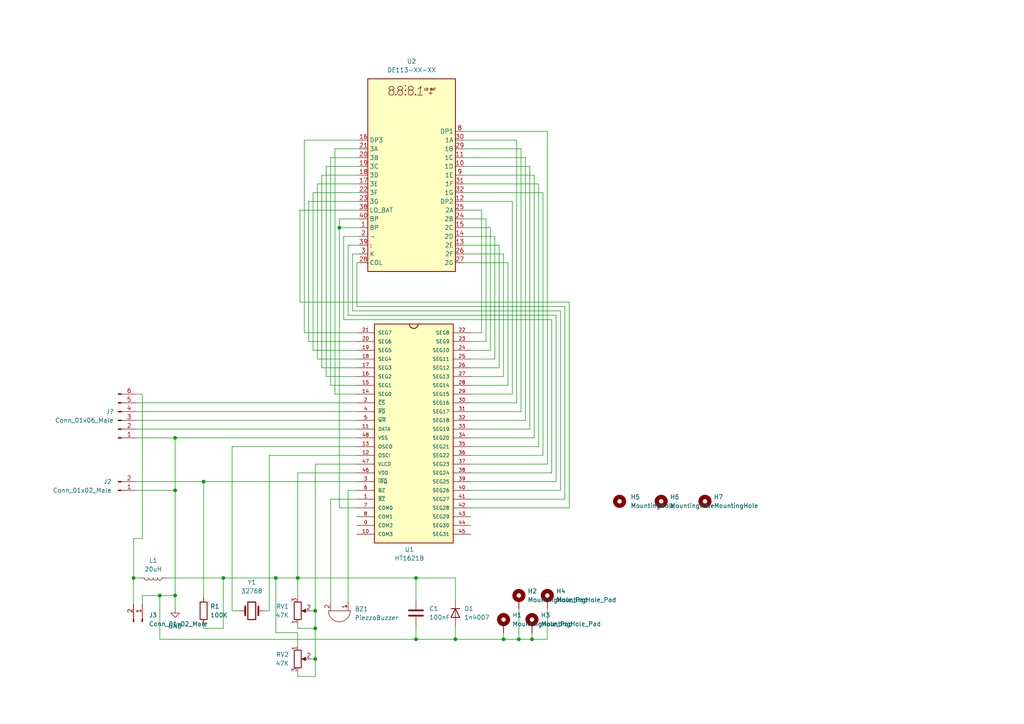
<source format=kicad_sch>
(kicad_sch (version 20211123) (generator eeschema)

  (uuid 753b163a-b634-40f5-b0e2-f2c2e940f330)

  (paper "A4")

  (lib_symbols
    (symbol "Connector:Conn_01x02_Male" (pin_names (offset 1.016) hide) (in_bom yes) (on_board yes)
      (property "Reference" "J" (id 0) (at 0 2.54 0)
        (effects (font (size 1.27 1.27)))
      )
      (property "Value" "Conn_01x02_Male" (id 1) (at 0 -5.08 0)
        (effects (font (size 1.27 1.27)))
      )
      (property "Footprint" "" (id 2) (at 0 0 0)
        (effects (font (size 1.27 1.27)) hide)
      )
      (property "Datasheet" "~" (id 3) (at 0 0 0)
        (effects (font (size 1.27 1.27)) hide)
      )
      (property "ki_keywords" "connector" (id 4) (at 0 0 0)
        (effects (font (size 1.27 1.27)) hide)
      )
      (property "ki_description" "Generic connector, single row, 01x02, script generated (kicad-library-utils/schlib/autogen/connector/)" (id 5) (at 0 0 0)
        (effects (font (size 1.27 1.27)) hide)
      )
      (property "ki_fp_filters" "Connector*:*_1x??_*" (id 6) (at 0 0 0)
        (effects (font (size 1.27 1.27)) hide)
      )
      (symbol "Conn_01x02_Male_1_1"
        (polyline
          (pts
            (xy 1.27 -2.54)
            (xy 0.8636 -2.54)
          )
          (stroke (width 0.1524) (type default) (color 0 0 0 0))
          (fill (type none))
        )
        (polyline
          (pts
            (xy 1.27 0)
            (xy 0.8636 0)
          )
          (stroke (width 0.1524) (type default) (color 0 0 0 0))
          (fill (type none))
        )
        (rectangle (start 0.8636 -2.413) (end 0 -2.667)
          (stroke (width 0.1524) (type default) (color 0 0 0 0))
          (fill (type outline))
        )
        (rectangle (start 0.8636 0.127) (end 0 -0.127)
          (stroke (width 0.1524) (type default) (color 0 0 0 0))
          (fill (type outline))
        )
        (pin passive line (at 5.08 0 180) (length 3.81)
          (name "Pin_1" (effects (font (size 1.27 1.27))))
          (number "1" (effects (font (size 1.27 1.27))))
        )
        (pin passive line (at 5.08 -2.54 180) (length 3.81)
          (name "Pin_2" (effects (font (size 1.27 1.27))))
          (number "2" (effects (font (size 1.27 1.27))))
        )
      )
    )
    (symbol "Connector:Conn_01x06_Male" (pin_names (offset 1.016) hide) (in_bom yes) (on_board yes)
      (property "Reference" "J" (id 0) (at 0 7.62 0)
        (effects (font (size 1.27 1.27)))
      )
      (property "Value" "Conn_01x06_Male" (id 1) (at 0 -10.16 0)
        (effects (font (size 1.27 1.27)))
      )
      (property "Footprint" "" (id 2) (at 0 0 0)
        (effects (font (size 1.27 1.27)) hide)
      )
      (property "Datasheet" "~" (id 3) (at 0 0 0)
        (effects (font (size 1.27 1.27)) hide)
      )
      (property "ki_keywords" "connector" (id 4) (at 0 0 0)
        (effects (font (size 1.27 1.27)) hide)
      )
      (property "ki_description" "Generic connector, single row, 01x06, script generated (kicad-library-utils/schlib/autogen/connector/)" (id 5) (at 0 0 0)
        (effects (font (size 1.27 1.27)) hide)
      )
      (property "ki_fp_filters" "Connector*:*_1x??_*" (id 6) (at 0 0 0)
        (effects (font (size 1.27 1.27)) hide)
      )
      (symbol "Conn_01x06_Male_1_1"
        (polyline
          (pts
            (xy 1.27 -7.62)
            (xy 0.8636 -7.62)
          )
          (stroke (width 0.1524) (type default) (color 0 0 0 0))
          (fill (type none))
        )
        (polyline
          (pts
            (xy 1.27 -5.08)
            (xy 0.8636 -5.08)
          )
          (stroke (width 0.1524) (type default) (color 0 0 0 0))
          (fill (type none))
        )
        (polyline
          (pts
            (xy 1.27 -2.54)
            (xy 0.8636 -2.54)
          )
          (stroke (width 0.1524) (type default) (color 0 0 0 0))
          (fill (type none))
        )
        (polyline
          (pts
            (xy 1.27 0)
            (xy 0.8636 0)
          )
          (stroke (width 0.1524) (type default) (color 0 0 0 0))
          (fill (type none))
        )
        (polyline
          (pts
            (xy 1.27 2.54)
            (xy 0.8636 2.54)
          )
          (stroke (width 0.1524) (type default) (color 0 0 0 0))
          (fill (type none))
        )
        (polyline
          (pts
            (xy 1.27 5.08)
            (xy 0.8636 5.08)
          )
          (stroke (width 0.1524) (type default) (color 0 0 0 0))
          (fill (type none))
        )
        (rectangle (start 0.8636 -7.493) (end 0 -7.747)
          (stroke (width 0.1524) (type default) (color 0 0 0 0))
          (fill (type outline))
        )
        (rectangle (start 0.8636 -4.953) (end 0 -5.207)
          (stroke (width 0.1524) (type default) (color 0 0 0 0))
          (fill (type outline))
        )
        (rectangle (start 0.8636 -2.413) (end 0 -2.667)
          (stroke (width 0.1524) (type default) (color 0 0 0 0))
          (fill (type outline))
        )
        (rectangle (start 0.8636 0.127) (end 0 -0.127)
          (stroke (width 0.1524) (type default) (color 0 0 0 0))
          (fill (type outline))
        )
        (rectangle (start 0.8636 2.667) (end 0 2.413)
          (stroke (width 0.1524) (type default) (color 0 0 0 0))
          (fill (type outline))
        )
        (rectangle (start 0.8636 5.207) (end 0 4.953)
          (stroke (width 0.1524) (type default) (color 0 0 0 0))
          (fill (type outline))
        )
        (pin passive line (at 5.08 5.08 180) (length 3.81)
          (name "Pin_1" (effects (font (size 1.27 1.27))))
          (number "1" (effects (font (size 1.27 1.27))))
        )
        (pin passive line (at 5.08 2.54 180) (length 3.81)
          (name "Pin_2" (effects (font (size 1.27 1.27))))
          (number "2" (effects (font (size 1.27 1.27))))
        )
        (pin passive line (at 5.08 0 180) (length 3.81)
          (name "Pin_3" (effects (font (size 1.27 1.27))))
          (number "3" (effects (font (size 1.27 1.27))))
        )
        (pin passive line (at 5.08 -2.54 180) (length 3.81)
          (name "Pin_4" (effects (font (size 1.27 1.27))))
          (number "4" (effects (font (size 1.27 1.27))))
        )
        (pin passive line (at 5.08 -5.08 180) (length 3.81)
          (name "Pin_5" (effects (font (size 1.27 1.27))))
          (number "5" (effects (font (size 1.27 1.27))))
        )
        (pin passive line (at 5.08 -7.62 180) (length 3.81)
          (name "Pin_6" (effects (font (size 1.27 1.27))))
          (number "6" (effects (font (size 1.27 1.27))))
        )
      )
    )
    (symbol "Device:Buzzer" (pin_names (offset 0.0254) hide) (in_bom yes) (on_board yes)
      (property "Reference" "BZ" (id 0) (at 3.81 1.27 0)
        (effects (font (size 1.27 1.27)) (justify left))
      )
      (property "Value" "Buzzer" (id 1) (at 3.81 -1.27 0)
        (effects (font (size 1.27 1.27)) (justify left))
      )
      (property "Footprint" "" (id 2) (at -0.635 2.54 90)
        (effects (font (size 1.27 1.27)) hide)
      )
      (property "Datasheet" "~" (id 3) (at -0.635 2.54 90)
        (effects (font (size 1.27 1.27)) hide)
      )
      (property "ki_keywords" "quartz resonator ceramic" (id 4) (at 0 0 0)
        (effects (font (size 1.27 1.27)) hide)
      )
      (property "ki_description" "Buzzer, polarized" (id 5) (at 0 0 0)
        (effects (font (size 1.27 1.27)) hide)
      )
      (property "ki_fp_filters" "*Buzzer*" (id 6) (at 0 0 0)
        (effects (font (size 1.27 1.27)) hide)
      )
      (symbol "Buzzer_0_1"
        (arc (start 0 -3.175) (mid 3.175 0) (end 0 3.175)
          (stroke (width 0) (type default) (color 0 0 0 0))
          (fill (type none))
        )
        (polyline
          (pts
            (xy -1.651 1.905)
            (xy -1.143 1.905)
          )
          (stroke (width 0) (type default) (color 0 0 0 0))
          (fill (type none))
        )
        (polyline
          (pts
            (xy -1.397 2.159)
            (xy -1.397 1.651)
          )
          (stroke (width 0) (type default) (color 0 0 0 0))
          (fill (type none))
        )
        (polyline
          (pts
            (xy 0 3.175)
            (xy 0 -3.175)
          )
          (stroke (width 0) (type default) (color 0 0 0 0))
          (fill (type none))
        )
      )
      (symbol "Buzzer_1_1"
        (pin passive line (at -2.54 2.54 0) (length 2.54)
          (name "-" (effects (font (size 1.27 1.27))))
          (number "1" (effects (font (size 1.27 1.27))))
        )
        (pin passive line (at -2.54 -2.54 0) (length 2.54)
          (name "+" (effects (font (size 1.27 1.27))))
          (number "2" (effects (font (size 1.27 1.27))))
        )
      )
    )
    (symbol "Device:C" (pin_numbers hide) (pin_names (offset 0.254)) (in_bom yes) (on_board yes)
      (property "Reference" "C" (id 0) (at 0.635 2.54 0)
        (effects (font (size 1.27 1.27)) (justify left))
      )
      (property "Value" "C" (id 1) (at 0.635 -2.54 0)
        (effects (font (size 1.27 1.27)) (justify left))
      )
      (property "Footprint" "" (id 2) (at 0.9652 -3.81 0)
        (effects (font (size 1.27 1.27)) hide)
      )
      (property "Datasheet" "~" (id 3) (at 0 0 0)
        (effects (font (size 1.27 1.27)) hide)
      )
      (property "ki_keywords" "cap capacitor" (id 4) (at 0 0 0)
        (effects (font (size 1.27 1.27)) hide)
      )
      (property "ki_description" "Unpolarized capacitor" (id 5) (at 0 0 0)
        (effects (font (size 1.27 1.27)) hide)
      )
      (property "ki_fp_filters" "C_*" (id 6) (at 0 0 0)
        (effects (font (size 1.27 1.27)) hide)
      )
      (symbol "C_0_1"
        (polyline
          (pts
            (xy -2.032 -0.762)
            (xy 2.032 -0.762)
          )
          (stroke (width 0.508) (type default) (color 0 0 0 0))
          (fill (type none))
        )
        (polyline
          (pts
            (xy -2.032 0.762)
            (xy 2.032 0.762)
          )
          (stroke (width 0.508) (type default) (color 0 0 0 0))
          (fill (type none))
        )
      )
      (symbol "C_1_1"
        (pin passive line (at 0 3.81 270) (length 2.794)
          (name "~" (effects (font (size 1.27 1.27))))
          (number "1" (effects (font (size 1.27 1.27))))
        )
        (pin passive line (at 0 -3.81 90) (length 2.794)
          (name "~" (effects (font (size 1.27 1.27))))
          (number "2" (effects (font (size 1.27 1.27))))
        )
      )
    )
    (symbol "Device:Crystal" (pin_numbers hide) (pin_names (offset 1.016) hide) (in_bom yes) (on_board yes)
      (property "Reference" "Y" (id 0) (at 0 3.81 0)
        (effects (font (size 1.27 1.27)))
      )
      (property "Value" "Crystal" (id 1) (at 0 -3.81 0)
        (effects (font (size 1.27 1.27)))
      )
      (property "Footprint" "" (id 2) (at 0 0 0)
        (effects (font (size 1.27 1.27)) hide)
      )
      (property "Datasheet" "~" (id 3) (at 0 0 0)
        (effects (font (size 1.27 1.27)) hide)
      )
      (property "ki_keywords" "quartz ceramic resonator oscillator" (id 4) (at 0 0 0)
        (effects (font (size 1.27 1.27)) hide)
      )
      (property "ki_description" "Two pin crystal" (id 5) (at 0 0 0)
        (effects (font (size 1.27 1.27)) hide)
      )
      (property "ki_fp_filters" "Crystal*" (id 6) (at 0 0 0)
        (effects (font (size 1.27 1.27)) hide)
      )
      (symbol "Crystal_0_1"
        (rectangle (start -1.143 2.54) (end 1.143 -2.54)
          (stroke (width 0.3048) (type default) (color 0 0 0 0))
          (fill (type none))
        )
        (polyline
          (pts
            (xy -2.54 0)
            (xy -1.905 0)
          )
          (stroke (width 0) (type default) (color 0 0 0 0))
          (fill (type none))
        )
        (polyline
          (pts
            (xy -1.905 -1.27)
            (xy -1.905 1.27)
          )
          (stroke (width 0.508) (type default) (color 0 0 0 0))
          (fill (type none))
        )
        (polyline
          (pts
            (xy 1.905 -1.27)
            (xy 1.905 1.27)
          )
          (stroke (width 0.508) (type default) (color 0 0 0 0))
          (fill (type none))
        )
        (polyline
          (pts
            (xy 2.54 0)
            (xy 1.905 0)
          )
          (stroke (width 0) (type default) (color 0 0 0 0))
          (fill (type none))
        )
      )
      (symbol "Crystal_1_1"
        (pin passive line (at -3.81 0 0) (length 1.27)
          (name "1" (effects (font (size 1.27 1.27))))
          (number "1" (effects (font (size 1.27 1.27))))
        )
        (pin passive line (at 3.81 0 180) (length 1.27)
          (name "2" (effects (font (size 1.27 1.27))))
          (number "2" (effects (font (size 1.27 1.27))))
        )
      )
    )
    (symbol "Device:D" (pin_numbers hide) (pin_names (offset 1.016) hide) (in_bom yes) (on_board yes)
      (property "Reference" "D" (id 0) (at 0 2.54 0)
        (effects (font (size 1.27 1.27)))
      )
      (property "Value" "D" (id 1) (at 0 -2.54 0)
        (effects (font (size 1.27 1.27)))
      )
      (property "Footprint" "" (id 2) (at 0 0 0)
        (effects (font (size 1.27 1.27)) hide)
      )
      (property "Datasheet" "~" (id 3) (at 0 0 0)
        (effects (font (size 1.27 1.27)) hide)
      )
      (property "ki_keywords" "diode" (id 4) (at 0 0 0)
        (effects (font (size 1.27 1.27)) hide)
      )
      (property "ki_description" "Diode" (id 5) (at 0 0 0)
        (effects (font (size 1.27 1.27)) hide)
      )
      (property "ki_fp_filters" "TO-???* *_Diode_* *SingleDiode* D_*" (id 6) (at 0 0 0)
        (effects (font (size 1.27 1.27)) hide)
      )
      (symbol "D_0_1"
        (polyline
          (pts
            (xy -1.27 1.27)
            (xy -1.27 -1.27)
          )
          (stroke (width 0.254) (type default) (color 0 0 0 0))
          (fill (type none))
        )
        (polyline
          (pts
            (xy 1.27 0)
            (xy -1.27 0)
          )
          (stroke (width 0) (type default) (color 0 0 0 0))
          (fill (type none))
        )
        (polyline
          (pts
            (xy 1.27 1.27)
            (xy 1.27 -1.27)
            (xy -1.27 0)
            (xy 1.27 1.27)
          )
          (stroke (width 0.254) (type default) (color 0 0 0 0))
          (fill (type none))
        )
      )
      (symbol "D_1_1"
        (pin passive line (at -3.81 0 0) (length 2.54)
          (name "K" (effects (font (size 1.27 1.27))))
          (number "1" (effects (font (size 1.27 1.27))))
        )
        (pin passive line (at 3.81 0 180) (length 2.54)
          (name "A" (effects (font (size 1.27 1.27))))
          (number "2" (effects (font (size 1.27 1.27))))
        )
      )
    )
    (symbol "Device:L" (pin_numbers hide) (pin_names (offset 1.016) hide) (in_bom yes) (on_board yes)
      (property "Reference" "L" (id 0) (at -1.27 0 90)
        (effects (font (size 1.27 1.27)))
      )
      (property "Value" "L" (id 1) (at 1.905 0 90)
        (effects (font (size 1.27 1.27)))
      )
      (property "Footprint" "" (id 2) (at 0 0 0)
        (effects (font (size 1.27 1.27)) hide)
      )
      (property "Datasheet" "~" (id 3) (at 0 0 0)
        (effects (font (size 1.27 1.27)) hide)
      )
      (property "ki_keywords" "inductor choke coil reactor magnetic" (id 4) (at 0 0 0)
        (effects (font (size 1.27 1.27)) hide)
      )
      (property "ki_description" "Inductor" (id 5) (at 0 0 0)
        (effects (font (size 1.27 1.27)) hide)
      )
      (property "ki_fp_filters" "Choke_* *Coil* Inductor_* L_*" (id 6) (at 0 0 0)
        (effects (font (size 1.27 1.27)) hide)
      )
      (symbol "L_0_1"
        (arc (start 0 -2.54) (mid 0.635 -1.905) (end 0 -1.27)
          (stroke (width 0) (type default) (color 0 0 0 0))
          (fill (type none))
        )
        (arc (start 0 -1.27) (mid 0.635 -0.635) (end 0 0)
          (stroke (width 0) (type default) (color 0 0 0 0))
          (fill (type none))
        )
        (arc (start 0 0) (mid 0.635 0.635) (end 0 1.27)
          (stroke (width 0) (type default) (color 0 0 0 0))
          (fill (type none))
        )
        (arc (start 0 1.27) (mid 0.635 1.905) (end 0 2.54)
          (stroke (width 0) (type default) (color 0 0 0 0))
          (fill (type none))
        )
      )
      (symbol "L_1_1"
        (pin passive line (at 0 3.81 270) (length 1.27)
          (name "1" (effects (font (size 1.27 1.27))))
          (number "1" (effects (font (size 1.27 1.27))))
        )
        (pin passive line (at 0 -3.81 90) (length 1.27)
          (name "2" (effects (font (size 1.27 1.27))))
          (number "2" (effects (font (size 1.27 1.27))))
        )
      )
    )
    (symbol "Device:R" (pin_numbers hide) (pin_names (offset 0)) (in_bom yes) (on_board yes)
      (property "Reference" "R" (id 0) (at 2.032 0 90)
        (effects (font (size 1.27 1.27)))
      )
      (property "Value" "R" (id 1) (at 0 0 90)
        (effects (font (size 1.27 1.27)))
      )
      (property "Footprint" "" (id 2) (at -1.778 0 90)
        (effects (font (size 1.27 1.27)) hide)
      )
      (property "Datasheet" "~" (id 3) (at 0 0 0)
        (effects (font (size 1.27 1.27)) hide)
      )
      (property "ki_keywords" "R res resistor" (id 4) (at 0 0 0)
        (effects (font (size 1.27 1.27)) hide)
      )
      (property "ki_description" "Resistor" (id 5) (at 0 0 0)
        (effects (font (size 1.27 1.27)) hide)
      )
      (property "ki_fp_filters" "R_*" (id 6) (at 0 0 0)
        (effects (font (size 1.27 1.27)) hide)
      )
      (symbol "R_0_1"
        (rectangle (start -1.016 -2.54) (end 1.016 2.54)
          (stroke (width 0.254) (type default) (color 0 0 0 0))
          (fill (type none))
        )
      )
      (symbol "R_1_1"
        (pin passive line (at 0 3.81 270) (length 1.27)
          (name "~" (effects (font (size 1.27 1.27))))
          (number "1" (effects (font (size 1.27 1.27))))
        )
        (pin passive line (at 0 -3.81 90) (length 1.27)
          (name "~" (effects (font (size 1.27 1.27))))
          (number "2" (effects (font (size 1.27 1.27))))
        )
      )
    )
    (symbol "Device:R_Potentiometer" (pin_names (offset 1.016) hide) (in_bom yes) (on_board yes)
      (property "Reference" "RV" (id 0) (at -4.445 0 90)
        (effects (font (size 1.27 1.27)))
      )
      (property "Value" "R_Potentiometer" (id 1) (at -2.54 0 90)
        (effects (font (size 1.27 1.27)))
      )
      (property "Footprint" "" (id 2) (at 0 0 0)
        (effects (font (size 1.27 1.27)) hide)
      )
      (property "Datasheet" "~" (id 3) (at 0 0 0)
        (effects (font (size 1.27 1.27)) hide)
      )
      (property "ki_keywords" "resistor variable" (id 4) (at 0 0 0)
        (effects (font (size 1.27 1.27)) hide)
      )
      (property "ki_description" "Potentiometer" (id 5) (at 0 0 0)
        (effects (font (size 1.27 1.27)) hide)
      )
      (property "ki_fp_filters" "Potentiometer*" (id 6) (at 0 0 0)
        (effects (font (size 1.27 1.27)) hide)
      )
      (symbol "R_Potentiometer_0_1"
        (polyline
          (pts
            (xy 2.54 0)
            (xy 1.524 0)
          )
          (stroke (width 0) (type default) (color 0 0 0 0))
          (fill (type none))
        )
        (polyline
          (pts
            (xy 1.143 0)
            (xy 2.286 0.508)
            (xy 2.286 -0.508)
            (xy 1.143 0)
          )
          (stroke (width 0) (type default) (color 0 0 0 0))
          (fill (type outline))
        )
        (rectangle (start 1.016 2.54) (end -1.016 -2.54)
          (stroke (width 0.254) (type default) (color 0 0 0 0))
          (fill (type none))
        )
      )
      (symbol "R_Potentiometer_1_1"
        (pin passive line (at 0 3.81 270) (length 1.27)
          (name "1" (effects (font (size 1.27 1.27))))
          (number "1" (effects (font (size 1.27 1.27))))
        )
        (pin passive line (at 3.81 0 180) (length 1.27)
          (name "2" (effects (font (size 1.27 1.27))))
          (number "2" (effects (font (size 1.27 1.27))))
        )
        (pin passive line (at 0 -3.81 90) (length 1.27)
          (name "3" (effects (font (size 1.27 1.27))))
          (number "3" (effects (font (size 1.27 1.27))))
        )
      )
    )
    (symbol "Display_Character:DE113-XX-XX" (in_bom yes) (on_board yes)
      (property "Reference" "U" (id 0) (at -11.43 29.21 0)
        (effects (font (size 1.27 1.27)))
      )
      (property "Value" "DE113-XX-XX" (id 1) (at -11.938 -30.226 0)
        (effects (font (size 1.27 1.27)) (justify left))
      )
      (property "Footprint" "Display_7Segment:DE113-XX-XX" (id 2) (at 0 -33.02 0)
        (effects (font (size 1.27 1.27)) hide)
      )
      (property "Datasheet" "http://www.display-elektronik.de/filter/DE113-MS-20_75.pdf" (id 3) (at -5.08 5.08 0)
        (effects (font (size 1.27 1.27)) hide)
      )
      (property "ki_keywords" "display LCD 7-segment" (id 4) (at 0 0 0)
        (effects (font (size 1.27 1.27)) hide)
      )
      (property "ki_description" "3 and half digit 7 segment transmissive standard LCD with LO BAT, pin length 7.5mm, -20°C to +70°C, 3V-5V VDD" (id 5) (at 0 0 0)
        (effects (font (size 1.27 1.27)) hide)
      )
      (property "ki_fp_filters" "*DE*113*" (id 6) (at 0 0 0)
        (effects (font (size 1.27 1.27)) hide)
      )
      (symbol "DE113-XX-XX_0_0"
        (text "+" (at -5.461 23.876 0)
          (effects (font (size 1.27 1.27) italic))
        )
        (text "." (at -1.143 24.384 0)
          (effects (font (size 2.54 2.54)))
        )
        (text "." (at 1.778 24.384 0)
          (effects (font (size 2.54 2.54)))
        )
        (text "." (at 4.572 24.384 0)
          (effects (font (size 2.54 2.54)))
        )
        (text "1" (at -2.413 24.384 0)
          (effects (font (size 2.54 2.54) italic))
        )
        (text "8" (at 0.254 24.384 0)
          (effects (font (size 2.54 2.54)))
        )
        (text "8" (at 3.302 24.384 0)
          (effects (font (size 2.54 2.54)))
        )
        (text "8" (at 5.842 24.384 0)
          (effects (font (size 2.54 2.54)))
        )
        (text ":" (at 1.778 25.654 0)
          (effects (font (size 2.54 2.54)))
        )
        (text "LO BAT" (at -5.334 24.892 0)
          (effects (font (size 0.635 0.635)))
        )
      )
      (symbol "DE113-XX-XX_0_1"
        (rectangle (start -12.7 27.94) (end 12.7 -27.94)
          (stroke (width 0.254) (type default) (color 0 0 0 0))
          (fill (type background))
        )
      )
      (symbol "DE113-XX-XX_1_1"
        (pin input line (at 15.24 -15.24 180) (length 2.54)
          (name "BP" (effects (font (size 1.27 1.27))))
          (number "1" (effects (font (size 1.27 1.27))))
        )
        (pin input line (at -15.24 2.54 0) (length 2.54)
          (name "1D" (effects (font (size 1.27 1.27))))
          (number "10" (effects (font (size 1.27 1.27))))
        )
        (pin input line (at -15.24 5.08 0) (length 2.54)
          (name "1C" (effects (font (size 1.27 1.27))))
          (number "11" (effects (font (size 1.27 1.27))))
        )
        (pin input line (at -15.24 -7.62 0) (length 2.54)
          (name "DP2" (effects (font (size 1.27 1.27))))
          (number "12" (effects (font (size 1.27 1.27))))
        )
        (pin input line (at -15.24 -20.32 0) (length 2.54)
          (name "2E" (effects (font (size 1.27 1.27))))
          (number "13" (effects (font (size 1.27 1.27))))
        )
        (pin input line (at -15.24 -17.78 0) (length 2.54)
          (name "2D" (effects (font (size 1.27 1.27))))
          (number "14" (effects (font (size 1.27 1.27))))
        )
        (pin input line (at -15.24 -15.24 0) (length 2.54)
          (name "2C" (effects (font (size 1.27 1.27))))
          (number "15" (effects (font (size 1.27 1.27))))
        )
        (pin input line (at 15.24 10.16 180) (length 2.54)
          (name "DP3" (effects (font (size 1.27 1.27))))
          (number "16" (effects (font (size 1.27 1.27))))
        )
        (pin input line (at 15.24 -2.54 180) (length 2.54)
          (name "3E" (effects (font (size 1.27 1.27))))
          (number "17" (effects (font (size 1.27 1.27))))
        )
        (pin input line (at 15.24 0 180) (length 2.54)
          (name "3D" (effects (font (size 1.27 1.27))))
          (number "18" (effects (font (size 1.27 1.27))))
        )
        (pin input line (at 15.24 2.54 180) (length 2.54)
          (name "3C" (effects (font (size 1.27 1.27))))
          (number "19" (effects (font (size 1.27 1.27))))
        )
        (pin input line (at 15.24 -17.78 180) (length 2.54)
          (name "-" (effects (font (size 1.27 1.27))))
          (number "2" (effects (font (size 1.27 1.27))))
        )
        (pin input line (at 15.24 5.08 180) (length 2.54)
          (name "3B" (effects (font (size 1.27 1.27))))
          (number "20" (effects (font (size 1.27 1.27))))
        )
        (pin input line (at 15.24 7.62 180) (length 2.54)
          (name "3A" (effects (font (size 1.27 1.27))))
          (number "21" (effects (font (size 1.27 1.27))))
        )
        (pin input line (at 15.24 -5.08 180) (length 2.54)
          (name "3F" (effects (font (size 1.27 1.27))))
          (number "22" (effects (font (size 1.27 1.27))))
        )
        (pin input line (at 15.24 -7.62 180) (length 2.54)
          (name "3G" (effects (font (size 1.27 1.27))))
          (number "23" (effects (font (size 1.27 1.27))))
        )
        (pin input line (at -15.24 -12.7 0) (length 2.54)
          (name "2B" (effects (font (size 1.27 1.27))))
          (number "24" (effects (font (size 1.27 1.27))))
        )
        (pin input line (at -15.24 -10.16 0) (length 2.54)
          (name "2A" (effects (font (size 1.27 1.27))))
          (number "25" (effects (font (size 1.27 1.27))))
        )
        (pin input line (at -15.24 -22.86 0) (length 2.54)
          (name "2F" (effects (font (size 1.27 1.27))))
          (number "26" (effects (font (size 1.27 1.27))))
        )
        (pin input line (at -15.24 -25.4 0) (length 2.54)
          (name "2G" (effects (font (size 1.27 1.27))))
          (number "27" (effects (font (size 1.27 1.27))))
        )
        (pin input line (at 15.24 -25.4 180) (length 2.54)
          (name "COL" (effects (font (size 1.27 1.27))))
          (number "28" (effects (font (size 1.27 1.27))))
        )
        (pin input line (at -15.24 7.62 0) (length 2.54)
          (name "1B" (effects (font (size 1.27 1.27))))
          (number "29" (effects (font (size 1.27 1.27))))
        )
        (pin input line (at 15.24 -22.86 180) (length 2.54)
          (name "K" (effects (font (size 1.27 1.27))))
          (number "3" (effects (font (size 1.27 1.27))))
        )
        (pin input line (at -15.24 10.16 0) (length 2.54)
          (name "1A" (effects (font (size 1.27 1.27))))
          (number "30" (effects (font (size 1.27 1.27))))
        )
        (pin input line (at -15.24 -2.54 0) (length 2.54)
          (name "1F" (effects (font (size 1.27 1.27))))
          (number "31" (effects (font (size 1.27 1.27))))
        )
        (pin input line (at -15.24 -5.08 0) (length 2.54)
          (name "1G" (effects (font (size 1.27 1.27))))
          (number "32" (effects (font (size 1.27 1.27))))
        )
        (pin no_connect line (at 15.24 12.7 180) (length 2.54) hide
          (name "NC" (effects (font (size 1.27 1.27))))
          (number "33" (effects (font (size 1.27 1.27))))
        )
        (pin no_connect line (at 15.24 15.24 180) (length 2.54) hide
          (name "NC" (effects (font (size 1.27 1.27))))
          (number "34" (effects (font (size 1.27 1.27))))
        )
        (pin no_connect line (at 15.24 17.78 180) (length 2.54) hide
          (name "NC" (effects (font (size 1.27 1.27))))
          (number "35" (effects (font (size 1.27 1.27))))
        )
        (pin no_connect line (at 15.24 20.32 180) (length 2.54) hide
          (name "NC" (effects (font (size 1.27 1.27))))
          (number "36" (effects (font (size 1.27 1.27))))
        )
        (pin no_connect line (at 15.24 22.86 180) (length 2.54) hide
          (name "NC" (effects (font (size 1.27 1.27))))
          (number "37" (effects (font (size 1.27 1.27))))
        )
        (pin input line (at 15.24 -10.16 180) (length 2.54)
          (name "LO_BAT" (effects (font (size 1.27 1.27))))
          (number "38" (effects (font (size 1.27 1.27))))
        )
        (pin input line (at 15.24 -20.32 180) (length 2.54)
          (name ":" (effects (font (size 1.27 1.27))))
          (number "39" (effects (font (size 1.27 1.27))))
        )
        (pin no_connect line (at -15.24 22.86 0) (length 2.54) hide
          (name "NC" (effects (font (size 1.27 1.27))))
          (number "4" (effects (font (size 1.27 1.27))))
        )
        (pin input line (at 15.24 -12.7 180) (length 2.54)
          (name "BP" (effects (font (size 1.27 1.27))))
          (number "40" (effects (font (size 1.27 1.27))))
        )
        (pin no_connect line (at -15.24 20.32 0) (length 2.54) hide
          (name "NC" (effects (font (size 1.27 1.27))))
          (number "5" (effects (font (size 1.27 1.27))))
        )
        (pin no_connect line (at -15.24 17.78 0) (length 2.54) hide
          (name "NC" (effects (font (size 1.27 1.27))))
          (number "6" (effects (font (size 1.27 1.27))))
        )
        (pin no_connect line (at -15.24 15.24 0) (length 2.54) hide
          (name "NC" (effects (font (size 1.27 1.27))))
          (number "7" (effects (font (size 1.27 1.27))))
        )
        (pin input line (at -15.24 12.7 0) (length 2.54)
          (name "DP1" (effects (font (size 1.27 1.27))))
          (number "8" (effects (font (size 1.27 1.27))))
        )
        (pin input line (at -15.24 0 0) (length 2.54)
          (name "1E" (effects (font (size 1.27 1.27))))
          (number "9" (effects (font (size 1.27 1.27))))
        )
      )
    )
    (symbol "Driver_LED:HT1621B" (pin_names (offset 1.016)) (in_bom yes) (on_board yes)
      (property "Reference" "U" (id 0) (at -10.16 30.48 0)
        (effects (font (size 1.27 1.27)) (justify left bottom))
      )
      (property "Value" "HT1621B" (id 1) (at -10.16 -35.56 0)
        (effects (font (size 1.27 1.27)) (justify left bottom))
      )
      (property "Footprint" "TSOP12X16" (id 2) (at 0 0 0)
        (effects (font (size 1.27 1.27)) (justify left bottom) hide)
      )
      (property "Datasheet" "$library\\HT1621b-Datasheet.pdf" (id 3) (at 0 0 0)
        (effects (font (size 1.27 1.27)) (justify left bottom) hide)
      )
      (property "ki_keywords" "LCD Driver" (id 4) (at 0 0 0)
        (effects (font (size 1.27 1.27)) hide)
      )
      (property "ki_description" "DRIVER, RAM MAPPING LCD CONTROLLER" (id 5) (at 0 0 0)
        (effects (font (size 1.27 1.27)) hide)
      )
      (symbol "HT1621B_0_0"
        (rectangle (start -10.16 -33.02) (end 12.7 30.48)
          (stroke (width 0.254) (type default) (color 0 0 0 0))
          (fill (type background))
        )
        (arc (start 0 30.48) (mid 1.27 29.21) (end 2.54 30.48)
          (stroke (width 0.254) (type default) (color 0 0 0 0))
          (fill (type none))
        )
        (pin bidirectional line (at -15.24 -20.32 0) (length 5.08)
          (name "~{BZ}" (effects (font (size 1.016 1.016))))
          (number "1" (effects (font (size 1.016 1.016))))
        )
        (pin bidirectional line (at -15.24 -30.48 0) (length 5.08)
          (name "COM3" (effects (font (size 1.016 1.016))))
          (number "10" (effects (font (size 1.016 1.016))))
        )
        (pin bidirectional line (at -15.24 0 0) (length 5.08)
          (name "DATA" (effects (font (size 1.016 1.016))))
          (number "11" (effects (font (size 1.016 1.016))))
        )
        (pin bidirectional line (at -15.24 -7.62 0) (length 5.08)
          (name "OSCI" (effects (font (size 1.016 1.016))))
          (number "12" (effects (font (size 1.016 1.016))))
        )
        (pin bidirectional line (at -15.24 -5.08 0) (length 5.08)
          (name "OSCO" (effects (font (size 1.016 1.016))))
          (number "13" (effects (font (size 1.016 1.016))))
        )
        (pin bidirectional line (at -15.24 10.16 0) (length 5.08)
          (name "SEG0" (effects (font (size 1.016 1.016))))
          (number "14" (effects (font (size 1.016 1.016))))
        )
        (pin bidirectional line (at -15.24 12.7 0) (length 5.08)
          (name "SEG1" (effects (font (size 1.016 1.016))))
          (number "15" (effects (font (size 1.016 1.016))))
        )
        (pin bidirectional line (at -15.24 15.24 0) (length 5.08)
          (name "SEG2" (effects (font (size 1.016 1.016))))
          (number "16" (effects (font (size 1.016 1.016))))
        )
        (pin bidirectional line (at -15.24 17.78 0) (length 5.08)
          (name "SEG3" (effects (font (size 1.016 1.016))))
          (number "17" (effects (font (size 1.016 1.016))))
        )
        (pin bidirectional line (at -15.24 20.32 0) (length 5.08)
          (name "SEG4" (effects (font (size 1.016 1.016))))
          (number "18" (effects (font (size 1.016 1.016))))
        )
        (pin bidirectional line (at -15.24 22.86 0) (length 5.08)
          (name "SEG5" (effects (font (size 1.016 1.016))))
          (number "19" (effects (font (size 1.016 1.016))))
        )
        (pin bidirectional line (at -15.24 7.62 0) (length 5.08)
          (name "~{CS}" (effects (font (size 1.016 1.016))))
          (number "2" (effects (font (size 1.016 1.016))))
        )
        (pin bidirectional line (at -15.24 25.4 0) (length 5.08)
          (name "SEG6" (effects (font (size 1.016 1.016))))
          (number "20" (effects (font (size 1.016 1.016))))
        )
        (pin bidirectional line (at -15.24 27.94 0) (length 5.08)
          (name "SEG7" (effects (font (size 1.016 1.016))))
          (number "21" (effects (font (size 1.016 1.016))))
        )
        (pin bidirectional line (at 17.78 27.94 180) (length 5.08)
          (name "SEG8" (effects (font (size 1.016 1.016))))
          (number "22" (effects (font (size 1.016 1.016))))
        )
        (pin bidirectional line (at 17.78 25.4 180) (length 5.08)
          (name "SEG9" (effects (font (size 1.016 1.016))))
          (number "23" (effects (font (size 1.016 1.016))))
        )
        (pin bidirectional line (at 17.78 22.86 180) (length 5.08)
          (name "SEG10" (effects (font (size 1.016 1.016))))
          (number "24" (effects (font (size 1.016 1.016))))
        )
        (pin bidirectional line (at 17.78 20.32 180) (length 5.08)
          (name "SEG11" (effects (font (size 1.016 1.016))))
          (number "25" (effects (font (size 1.016 1.016))))
        )
        (pin bidirectional line (at 17.78 17.78 180) (length 5.08)
          (name "SEG12" (effects (font (size 1.016 1.016))))
          (number "26" (effects (font (size 1.016 1.016))))
        )
        (pin bidirectional line (at 17.78 15.24 180) (length 5.08)
          (name "SEG13" (effects (font (size 1.016 1.016))))
          (number "27" (effects (font (size 1.016 1.016))))
        )
        (pin bidirectional line (at 17.78 12.7 180) (length 5.08)
          (name "SEG14" (effects (font (size 1.016 1.016))))
          (number "28" (effects (font (size 1.016 1.016))))
        )
        (pin bidirectional line (at 17.78 10.16 180) (length 5.08)
          (name "SEG15" (effects (font (size 1.016 1.016))))
          (number "29" (effects (font (size 1.016 1.016))))
        )
        (pin bidirectional line (at -15.24 -15.24 0) (length 5.08)
          (name "~{IRQ}" (effects (font (size 1.016 1.016))))
          (number "3" (effects (font (size 1.016 1.016))))
        )
        (pin bidirectional line (at 17.78 7.62 180) (length 5.08)
          (name "SEG16" (effects (font (size 1.016 1.016))))
          (number "30" (effects (font (size 1.016 1.016))))
        )
        (pin bidirectional line (at 17.78 5.08 180) (length 5.08)
          (name "SEG17" (effects (font (size 1.016 1.016))))
          (number "31" (effects (font (size 1.016 1.016))))
        )
        (pin bidirectional line (at 17.78 2.54 180) (length 5.08)
          (name "SEG18" (effects (font (size 1.016 1.016))))
          (number "32" (effects (font (size 1.016 1.016))))
        )
        (pin bidirectional line (at 17.78 0 180) (length 5.08)
          (name "SEG19" (effects (font (size 1.016 1.016))))
          (number "33" (effects (font (size 1.016 1.016))))
        )
        (pin bidirectional line (at 17.78 -2.54 180) (length 5.08)
          (name "SEG20" (effects (font (size 1.016 1.016))))
          (number "34" (effects (font (size 1.016 1.016))))
        )
        (pin bidirectional line (at 17.78 -5.08 180) (length 5.08)
          (name "SEG21" (effects (font (size 1.016 1.016))))
          (number "35" (effects (font (size 1.016 1.016))))
        )
        (pin bidirectional line (at 17.78 -7.62 180) (length 5.08)
          (name "SEG22" (effects (font (size 1.016 1.016))))
          (number "36" (effects (font (size 1.016 1.016))))
        )
        (pin bidirectional line (at 17.78 -10.16 180) (length 5.08)
          (name "SEG23" (effects (font (size 1.016 1.016))))
          (number "37" (effects (font (size 1.016 1.016))))
        )
        (pin bidirectional line (at 17.78 -12.7 180) (length 5.08)
          (name "SEG24" (effects (font (size 1.016 1.016))))
          (number "38" (effects (font (size 1.016 1.016))))
        )
        (pin bidirectional line (at 17.78 -15.24 180) (length 5.08)
          (name "SEG25" (effects (font (size 1.016 1.016))))
          (number "39" (effects (font (size 1.016 1.016))))
        )
        (pin bidirectional line (at -15.24 5.08 0) (length 5.08)
          (name "~{RD}" (effects (font (size 1.016 1.016))))
          (number "4" (effects (font (size 1.016 1.016))))
        )
        (pin bidirectional line (at 17.78 -17.78 180) (length 5.08)
          (name "SEG26" (effects (font (size 1.016 1.016))))
          (number "40" (effects (font (size 1.016 1.016))))
        )
        (pin bidirectional line (at 17.78 -20.32 180) (length 5.08)
          (name "SEG27" (effects (font (size 1.016 1.016))))
          (number "41" (effects (font (size 1.016 1.016))))
        )
        (pin bidirectional line (at 17.78 -22.86 180) (length 5.08)
          (name "SEG28" (effects (font (size 1.016 1.016))))
          (number "42" (effects (font (size 1.016 1.016))))
        )
        (pin bidirectional line (at 17.78 -25.4 180) (length 5.08)
          (name "SEG29" (effects (font (size 1.016 1.016))))
          (number "43" (effects (font (size 1.016 1.016))))
        )
        (pin bidirectional line (at 17.78 -27.94 180) (length 5.08)
          (name "SEG30" (effects (font (size 1.016 1.016))))
          (number "44" (effects (font (size 1.016 1.016))))
        )
        (pin bidirectional line (at 17.78 -30.48 180) (length 5.08)
          (name "SEG31" (effects (font (size 1.016 1.016))))
          (number "45" (effects (font (size 1.016 1.016))))
        )
        (pin bidirectional line (at -15.24 -12.7 0) (length 5.08)
          (name "VDD" (effects (font (size 1.016 1.016))))
          (number "46" (effects (font (size 1.016 1.016))))
        )
        (pin bidirectional line (at -15.24 -10.16 0) (length 5.08)
          (name "VLCD" (effects (font (size 1.016 1.016))))
          (number "47" (effects (font (size 1.016 1.016))))
        )
        (pin bidirectional line (at -15.24 -2.54 0) (length 5.08)
          (name "VSS" (effects (font (size 1.016 1.016))))
          (number "48" (effects (font (size 1.016 1.016))))
        )
        (pin bidirectional line (at -15.24 2.54 0) (length 5.08)
          (name "~{WR}" (effects (font (size 1.016 1.016))))
          (number "5" (effects (font (size 1.016 1.016))))
        )
        (pin bidirectional line (at -15.24 -17.78 0) (length 5.08)
          (name "BZ" (effects (font (size 1.016 1.016))))
          (number "6" (effects (font (size 1.016 1.016))))
        )
        (pin bidirectional line (at -15.24 -22.86 0) (length 5.08)
          (name "COM0" (effects (font (size 1.016 1.016))))
          (number "7" (effects (font (size 1.016 1.016))))
        )
        (pin bidirectional line (at -15.24 -25.4 0) (length 5.08)
          (name "COM1" (effects (font (size 1.016 1.016))))
          (number "8" (effects (font (size 1.016 1.016))))
        )
        (pin bidirectional line (at -15.24 -27.94 0) (length 5.08)
          (name "COM2" (effects (font (size 1.016 1.016))))
          (number "9" (effects (font (size 1.016 1.016))))
        )
      )
    )
    (symbol "Mechanical:MountingHole" (pin_names (offset 1.016)) (in_bom yes) (on_board yes)
      (property "Reference" "H" (id 0) (at 0 5.08 0)
        (effects (font (size 1.27 1.27)))
      )
      (property "Value" "MountingHole" (id 1) (at 0 3.175 0)
        (effects (font (size 1.27 1.27)))
      )
      (property "Footprint" "" (id 2) (at 0 0 0)
        (effects (font (size 1.27 1.27)) hide)
      )
      (property "Datasheet" "~" (id 3) (at 0 0 0)
        (effects (font (size 1.27 1.27)) hide)
      )
      (property "ki_keywords" "mounting hole" (id 4) (at 0 0 0)
        (effects (font (size 1.27 1.27)) hide)
      )
      (property "ki_description" "Mounting Hole without connection" (id 5) (at 0 0 0)
        (effects (font (size 1.27 1.27)) hide)
      )
      (property "ki_fp_filters" "MountingHole*" (id 6) (at 0 0 0)
        (effects (font (size 1.27 1.27)) hide)
      )
      (symbol "MountingHole_0_1"
        (circle (center 0 0) (radius 1.27)
          (stroke (width 1.27) (type default) (color 0 0 0 0))
          (fill (type none))
        )
      )
    )
    (symbol "Mechanical:MountingHole_Pad" (pin_numbers hide) (pin_names (offset 1.016) hide) (in_bom yes) (on_board yes)
      (property "Reference" "H" (id 0) (at 0 6.35 0)
        (effects (font (size 1.27 1.27)))
      )
      (property "Value" "MountingHole_Pad" (id 1) (at 0 4.445 0)
        (effects (font (size 1.27 1.27)))
      )
      (property "Footprint" "" (id 2) (at 0 0 0)
        (effects (font (size 1.27 1.27)) hide)
      )
      (property "Datasheet" "~" (id 3) (at 0 0 0)
        (effects (font (size 1.27 1.27)) hide)
      )
      (property "ki_keywords" "mounting hole" (id 4) (at 0 0 0)
        (effects (font (size 1.27 1.27)) hide)
      )
      (property "ki_description" "Mounting Hole with connection" (id 5) (at 0 0 0)
        (effects (font (size 1.27 1.27)) hide)
      )
      (property "ki_fp_filters" "MountingHole*Pad*" (id 6) (at 0 0 0)
        (effects (font (size 1.27 1.27)) hide)
      )
      (symbol "MountingHole_Pad_0_1"
        (circle (center 0 1.27) (radius 1.27)
          (stroke (width 1.27) (type default) (color 0 0 0 0))
          (fill (type none))
        )
      )
      (symbol "MountingHole_Pad_1_1"
        (pin input line (at 0 -2.54 90) (length 2.54)
          (name "1" (effects (font (size 1.27 1.27))))
          (number "1" (effects (font (size 1.27 1.27))))
        )
      )
    )
    (symbol "power:GND" (power) (pin_names (offset 0)) (in_bom yes) (on_board yes)
      (property "Reference" "#PWR" (id 0) (at 0 -6.35 0)
        (effects (font (size 1.27 1.27)) hide)
      )
      (property "Value" "GND" (id 1) (at 0 -3.81 0)
        (effects (font (size 1.27 1.27)))
      )
      (property "Footprint" "" (id 2) (at 0 0 0)
        (effects (font (size 1.27 1.27)) hide)
      )
      (property "Datasheet" "" (id 3) (at 0 0 0)
        (effects (font (size 1.27 1.27)) hide)
      )
      (property "ki_keywords" "power-flag" (id 4) (at 0 0 0)
        (effects (font (size 1.27 1.27)) hide)
      )
      (property "ki_description" "Power symbol creates a global label with name \"GND\" , ground" (id 5) (at 0 0 0)
        (effects (font (size 1.27 1.27)) hide)
      )
      (symbol "GND_0_1"
        (polyline
          (pts
            (xy 0 0)
            (xy 0 -1.27)
            (xy 1.27 -1.27)
            (xy 0 -2.54)
            (xy -1.27 -1.27)
            (xy 0 -1.27)
          )
          (stroke (width 0) (type default) (color 0 0 0 0))
          (fill (type none))
        )
      )
      (symbol "GND_1_1"
        (pin power_in line (at 0 0 270) (length 0) hide
          (name "GND" (effects (font (size 1.27 1.27))))
          (number "1" (effects (font (size 1.27 1.27))))
        )
      )
    )
  )

  (junction (at 86.36 167.64) (diameter 0) (color 0 0 0 0)
    (uuid 174efadb-ce50-43b0-862e-f8b876031291)
  )
  (junction (at 154.305 185.42) (diameter 0) (color 0 0 0 0)
    (uuid 2f56b504-08a5-460c-ba2c-fa221dc12496)
  )
  (junction (at 38.735 167.64) (diameter 0) (color 0 0 0 0)
    (uuid 35d6523c-52f1-49a5-a139-8774cbfd4d69)
  )
  (junction (at 98.425 66.04) (diameter 0) (color 0 0 0 0)
    (uuid 3d5b5ee1-3615-4278-913f-e554a72760c1)
  )
  (junction (at 146.05 185.42) (diameter 0) (color 0 0 0 0)
    (uuid 4ecf8e28-4a5c-446b-9353-f9a209e4060a)
  )
  (junction (at 50.8 127) (diameter 0) (color 0 0 0 0)
    (uuid 57e9084c-4401-462c-82a6-26a79336e149)
  )
  (junction (at 46.355 172.72) (diameter 0) (color 0 0 0 0)
    (uuid 7b372ad1-d532-4d4a-b24b-526c4d0097c5)
  )
  (junction (at 132.08 185.42) (diameter 0) (color 0 0 0 0)
    (uuid 806a7420-bb88-4447-8558-a30ebb89ddb1)
  )
  (junction (at 59.055 139.7) (diameter 0) (color 0 0 0 0)
    (uuid 8ddba345-aa93-4450-b62d-fe1298aeef24)
  )
  (junction (at 120.65 185.42) (diameter 0) (color 0 0 0 0)
    (uuid 9201623d-09fc-410c-8c0b-5b03a1b3a1b6)
  )
  (junction (at 50.8 142.24) (diameter 0) (color 0 0 0 0)
    (uuid 94380738-400e-46af-a503-30db9cb90bfa)
  )
  (junction (at 150.495 185.42) (diameter 0) (color 0 0 0 0)
    (uuid afae38a9-e0a5-4b28-814f-6e61b147915b)
  )
  (junction (at 91.44 191.135) (diameter 0) (color 0 0 0 0)
    (uuid b8b6f3f5-9a5f-4e71-a566-dd89fb1696e8)
  )
  (junction (at 64.77 167.64) (diameter 0) (color 0 0 0 0)
    (uuid cddc6d3d-2304-40e2-a931-90c619fe900a)
  )
  (junction (at 120.65 167.64) (diameter 0) (color 0 0 0 0)
    (uuid d12865b8-2e4a-46ef-a95d-f46b8c307ebd)
  )
  (junction (at 91.44 182.245) (diameter 0) (color 0 0 0 0)
    (uuid d41bc4d8-f264-42b2-bcd9-31505e29bce3)
  )
  (junction (at 91.44 177.165) (diameter 0) (color 0 0 0 0)
    (uuid ea5ac617-583a-4202-b85c-fae114b7b94b)
  )
  (junction (at 50.8 172.72) (diameter 0) (color 0 0 0 0)
    (uuid fa9f5dec-91a4-47b4-99bb-2ff9e25a214f)
  )
  (junction (at 80.01 167.64) (diameter 0) (color 0 0 0 0)
    (uuid fbf60082-93ca-4b06-97cd-8552203b8400)
  )

  (wire (pts (xy 134.62 63.5) (xy 140.97 63.5))
    (stroke (width 0) (type default) (color 0 0 0 0))
    (uuid 0056cbd8-0dc5-4bb5-9c2d-50c7b3aa2a17)
  )
  (wire (pts (xy 158.75 134.62) (xy 158.75 38.1))
    (stroke (width 0) (type default) (color 0 0 0 0))
    (uuid 010466a7-7ba0-4896-bdf9-4b0bb79906de)
  )
  (wire (pts (xy 139.7 96.52) (xy 139.7 60.96))
    (stroke (width 0) (type default) (color 0 0 0 0))
    (uuid 02312655-9132-4bac-96cc-7fbeece65f40)
  )
  (wire (pts (xy 143.51 104.14) (xy 136.525 104.14))
    (stroke (width 0) (type default) (color 0 0 0 0))
    (uuid 0627b433-f10f-4865-9331-3e218fee172a)
  )
  (wire (pts (xy 104.14 40.64) (xy 88.265 40.64))
    (stroke (width 0) (type default) (color 0 0 0 0))
    (uuid 06ecbb73-f2c6-443a-8c13-715e86b28d93)
  )
  (wire (pts (xy 161.29 139.7) (xy 136.525 139.7))
    (stroke (width 0) (type default) (color 0 0 0 0))
    (uuid 093e13ba-02b6-4424-8f9a-4eaa4797923d)
  )
  (wire (pts (xy 86.995 60.96) (xy 86.995 87.63))
    (stroke (width 0) (type default) (color 0 0 0 0))
    (uuid 0c3817fa-863d-45d1-bfcd-248e86b736d7)
  )
  (wire (pts (xy 140.97 99.06) (xy 136.525 99.06))
    (stroke (width 0) (type default) (color 0 0 0 0))
    (uuid 0cb43f8d-395f-4c93-8e1b-af8af075fa99)
  )
  (wire (pts (xy 64.77 182.245) (xy 64.77 167.64))
    (stroke (width 0) (type default) (color 0 0 0 0))
    (uuid 0f0d198b-4266-4928-807d-e4da05929ecd)
  )
  (wire (pts (xy 134.62 43.18) (xy 151.13 43.18))
    (stroke (width 0) (type default) (color 0 0 0 0))
    (uuid 13169984-80c6-4649-aff6-9e85274b5b35)
  )
  (wire (pts (xy 163.83 88.9) (xy 103.505 88.9))
    (stroke (width 0) (type default) (color 0 0 0 0))
    (uuid 1360eb6d-ee17-4ff1-b395-ecd8eea0a427)
  )
  (wire (pts (xy 59.055 180.975) (xy 59.055 182.245))
    (stroke (width 0) (type default) (color 0 0 0 0))
    (uuid 17bfdcb5-10c9-4a7d-8e40-5f54dc050060)
  )
  (wire (pts (xy 103.505 132.08) (xy 78.105 132.08))
    (stroke (width 0) (type default) (color 0 0 0 0))
    (uuid 19aee9d0-62bc-4d8e-bb3d-334a27f6fa44)
  )
  (wire (pts (xy 134.62 68.58) (xy 143.51 68.58))
    (stroke (width 0) (type default) (color 0 0 0 0))
    (uuid 1afad18d-4d3b-45ff-acee-28ee2642e207)
  )
  (wire (pts (xy 146.05 183.515) (xy 146.05 185.42))
    (stroke (width 0) (type default) (color 0 0 0 0))
    (uuid 1b4164da-ac71-4ca8-8f05-874abee0a406)
  )
  (wire (pts (xy 136.525 127) (xy 154.94 127))
    (stroke (width 0) (type default) (color 0 0 0 0))
    (uuid 1c024c20-dbac-4c8e-8996-c11f92248a12)
  )
  (wire (pts (xy 92.075 53.34) (xy 92.075 104.14))
    (stroke (width 0) (type default) (color 0 0 0 0))
    (uuid 1c313097-8a06-4c22-a79c-5350541aacbe)
  )
  (wire (pts (xy 59.055 139.7) (xy 103.505 139.7))
    (stroke (width 0) (type default) (color 0 0 0 0))
    (uuid 1d584b3e-29dc-476c-84c9-309e48491ba8)
  )
  (wire (pts (xy 158.75 185.42) (xy 154.305 185.42))
    (stroke (width 0) (type default) (color 0 0 0 0))
    (uuid 1ff0ea5c-9cf0-4c9b-9b0c-98eb35c02173)
  )
  (wire (pts (xy 94.615 109.22) (xy 103.505 109.22))
    (stroke (width 0) (type default) (color 0 0 0 0))
    (uuid 21caca9f-f893-4f12-9202-a08d14ad9955)
  )
  (wire (pts (xy 98.425 147.32) (xy 98.425 66.04))
    (stroke (width 0) (type default) (color 0 0 0 0))
    (uuid 23facea2-0b6d-42e6-bf54-01c3bfbbae26)
  )
  (wire (pts (xy 165.1 147.32) (xy 136.525 147.32))
    (stroke (width 0) (type default) (color 0 0 0 0))
    (uuid 2916a224-696f-440f-9c63-2394b4fd313c)
  )
  (wire (pts (xy 97.155 43.18) (xy 97.155 114.3))
    (stroke (width 0) (type default) (color 0 0 0 0))
    (uuid 29b30f26-4600-4548-be18-fde787e052fb)
  )
  (wire (pts (xy 103.505 76.2) (xy 104.14 76.2))
    (stroke (width 0) (type default) (color 0 0 0 0))
    (uuid 2a518631-414d-4657-8f3b-fe17d2bf9f21)
  )
  (wire (pts (xy 132.08 167.64) (xy 120.65 167.64))
    (stroke (width 0) (type default) (color 0 0 0 0))
    (uuid 2b1d2328-706e-4140-b5a2-3451f2aa2a6c)
  )
  (wire (pts (xy 50.8 142.24) (xy 50.8 172.72))
    (stroke (width 0) (type default) (color 0 0 0 0))
    (uuid 2ca79ee3-cb5e-4b23-95be-a7881c53dcda)
  )
  (wire (pts (xy 148.59 58.42) (xy 148.59 114.3))
    (stroke (width 0) (type default) (color 0 0 0 0))
    (uuid 31ef68b5-2ee8-4ae9-8ce2-0d67c7fcc33e)
  )
  (wire (pts (xy 147.32 76.2) (xy 134.62 76.2))
    (stroke (width 0) (type default) (color 0 0 0 0))
    (uuid 3257ee59-18e0-472b-840e-57abdcb86b7d)
  )
  (wire (pts (xy 98.425 66.04) (xy 104.14 66.04))
    (stroke (width 0) (type default) (color 0 0 0 0))
    (uuid 32cee432-f855-4799-8025-ff15cbedd99f)
  )
  (wire (pts (xy 86.36 187.325) (xy 86.36 183.515))
    (stroke (width 0) (type default) (color 0 0 0 0))
    (uuid 33218124-9d11-4d65-a274-12960843cc24)
  )
  (wire (pts (xy 90.17 191.135) (xy 91.44 191.135))
    (stroke (width 0) (type default) (color 0 0 0 0))
    (uuid 35169c36-0215-4a04-8ab8-872370929ef6)
  )
  (wire (pts (xy 59.055 182.245) (xy 64.77 182.245))
    (stroke (width 0) (type default) (color 0 0 0 0))
    (uuid 36780069-b2b7-4a24-b99e-bad9b10f8d30)
  )
  (wire (pts (xy 154.94 50.8) (xy 134.62 50.8))
    (stroke (width 0) (type default) (color 0 0 0 0))
    (uuid 3a37290e-1311-4478-8ad8-3fdfd282ee58)
  )
  (wire (pts (xy 154.94 127) (xy 154.94 50.8))
    (stroke (width 0) (type default) (color 0 0 0 0))
    (uuid 3af1ecb2-c7dd-4773-8f51-09ee72cc7200)
  )
  (wire (pts (xy 136.525 121.92) (xy 152.4 121.92))
    (stroke (width 0) (type default) (color 0 0 0 0))
    (uuid 3b265552-76ad-4d0f-9edd-c14e09942809)
  )
  (wire (pts (xy 163.83 144.78) (xy 163.83 88.9))
    (stroke (width 0) (type default) (color 0 0 0 0))
    (uuid 3c222978-ee6b-4158-a5b5-4093ab22284b)
  )
  (wire (pts (xy 86.36 167.64) (xy 86.36 173.355))
    (stroke (width 0) (type default) (color 0 0 0 0))
    (uuid 3c79e6b1-8c8d-47b9-b116-3db798e03a63)
  )
  (wire (pts (xy 158.75 38.1) (xy 134.62 38.1))
    (stroke (width 0) (type default) (color 0 0 0 0))
    (uuid 3d377d0b-298a-43a5-8b5f-e48f0231d526)
  )
  (wire (pts (xy 132.08 173.99) (xy 132.08 167.64))
    (stroke (width 0) (type default) (color 0 0 0 0))
    (uuid 3ee02e5f-3ad3-49bd-8ee9-174a2241eaac)
  )
  (wire (pts (xy 143.51 68.58) (xy 143.51 104.14))
    (stroke (width 0) (type default) (color 0 0 0 0))
    (uuid 3ef3318d-4fde-4ec6-8aef-03865109a1b2)
  )
  (wire (pts (xy 149.86 116.84) (xy 149.86 40.64))
    (stroke (width 0) (type default) (color 0 0 0 0))
    (uuid 3f3f57f8-cb60-4535-9566-d2ebee3f6595)
  )
  (wire (pts (xy 136.525 144.78) (xy 163.83 144.78))
    (stroke (width 0) (type default) (color 0 0 0 0))
    (uuid 4074a342-ff63-471e-8e8a-2819e59f5ec4)
  )
  (wire (pts (xy 39.37 116.84) (xy 103.505 116.84))
    (stroke (width 0) (type default) (color 0 0 0 0))
    (uuid 41f0ee4c-c540-48c7-b64e-6c3acaa1f5ff)
  )
  (wire (pts (xy 134.62 55.88) (xy 157.48 55.88))
    (stroke (width 0) (type default) (color 0 0 0 0))
    (uuid 461e6fc3-c042-484c-bba6-483205720242)
  )
  (wire (pts (xy 152.4 45.72) (xy 134.62 45.72))
    (stroke (width 0) (type default) (color 0 0 0 0))
    (uuid 494a9984-61d3-449d-855b-cfb668b31f0a)
  )
  (wire (pts (xy 103.505 129.54) (xy 67.31 129.54))
    (stroke (width 0) (type default) (color 0 0 0 0))
    (uuid 4d4e61e5-c9af-4062-98ae-63aecca89c73)
  )
  (wire (pts (xy 158.75 176.53) (xy 158.75 185.42))
    (stroke (width 0) (type default) (color 0 0 0 0))
    (uuid 4e2678be-795d-43bf-860a-c90fd2629c3f)
  )
  (wire (pts (xy 144.78 106.68) (xy 144.78 71.12))
    (stroke (width 0) (type default) (color 0 0 0 0))
    (uuid 4f8992bf-930d-4fb5-bd80-d47b43e4d5c5)
  )
  (wire (pts (xy 103.505 134.62) (xy 91.44 134.62))
    (stroke (width 0) (type default) (color 0 0 0 0))
    (uuid 4ff1cafc-1e3b-4aa3-95ac-4d46bd7e0876)
  )
  (wire (pts (xy 46.355 185.42) (xy 120.65 185.42))
    (stroke (width 0) (type default) (color 0 0 0 0))
    (uuid 51d6dd75-8d87-4ca9-84aa-89e51d8060f2)
  )
  (wire (pts (xy 142.24 66.04) (xy 134.62 66.04))
    (stroke (width 0) (type default) (color 0 0 0 0))
    (uuid 53919950-3d3b-4d99-ae71-e384e09d7a96)
  )
  (wire (pts (xy 46.355 172.72) (xy 50.8 172.72))
    (stroke (width 0) (type default) (color 0 0 0 0))
    (uuid 550ce561-16ad-4f15-b2bb-bfa4b852f92d)
  )
  (wire (pts (xy 156.21 129.54) (xy 136.525 129.54))
    (stroke (width 0) (type default) (color 0 0 0 0))
    (uuid 55b8d7d9-257c-4282-9d3d-9b5a9c594eb9)
  )
  (wire (pts (xy 147.32 111.76) (xy 147.32 76.2))
    (stroke (width 0) (type default) (color 0 0 0 0))
    (uuid 55c171b0-253c-4e88-b65d-695378dcfa95)
  )
  (wire (pts (xy 103.505 106.68) (xy 93.345 106.68))
    (stroke (width 0) (type default) (color 0 0 0 0))
    (uuid 57a60433-5307-4c06-af8e-7f2421b9dd4e)
  )
  (wire (pts (xy 102.235 73.66) (xy 102.235 90.17))
    (stroke (width 0) (type default) (color 0 0 0 0))
    (uuid 58635d26-c903-4bbb-9881-7b1de5d86f0a)
  )
  (wire (pts (xy 100.965 142.24) (xy 103.505 142.24))
    (stroke (width 0) (type default) (color 0 0 0 0))
    (uuid 5b3e88d6-d70d-4c46-ae74-ce84fce418f5)
  )
  (wire (pts (xy 157.48 55.88) (xy 157.48 132.08))
    (stroke (width 0) (type default) (color 0 0 0 0))
    (uuid 5bbb0b9f-ad23-4530-a207-5f85b12a9245)
  )
  (wire (pts (xy 39.37 119.38) (xy 103.505 119.38))
    (stroke (width 0) (type default) (color 0 0 0 0))
    (uuid 60b6d7eb-ba07-4e44-be48-3ede32d79e13)
  )
  (wire (pts (xy 39.37 124.46) (xy 103.505 124.46))
    (stroke (width 0) (type default) (color 0 0 0 0))
    (uuid 6107bef6-6146-4f92-a698-08586052e8c7)
  )
  (wire (pts (xy 93.345 50.8) (xy 93.345 106.68))
    (stroke (width 0) (type default) (color 0 0 0 0))
    (uuid 61d4492a-02d8-448a-9070-76e3eed6ec9d)
  )
  (wire (pts (xy 150.495 185.42) (xy 146.05 185.42))
    (stroke (width 0) (type default) (color 0 0 0 0))
    (uuid 62d16b26-6dc8-49fd-9d7b-4adc53c1737d)
  )
  (wire (pts (xy 41.275 175.26) (xy 41.275 172.72))
    (stroke (width 0) (type default) (color 0 0 0 0))
    (uuid 6328f9e0-a8d6-479c-bf96-e0f748c345da)
  )
  (wire (pts (xy 90.17 177.165) (xy 91.44 177.165))
    (stroke (width 0) (type default) (color 0 0 0 0))
    (uuid 64573f3c-4150-47ae-8a30-c1bec7201501)
  )
  (wire (pts (xy 100.965 71.12) (xy 100.965 91.44))
    (stroke (width 0) (type default) (color 0 0 0 0))
    (uuid 65c669e0-7216-4b7e-8730-a192f054f055)
  )
  (wire (pts (xy 90.805 55.88) (xy 90.805 101.6))
    (stroke (width 0) (type default) (color 0 0 0 0))
    (uuid 66232c2b-788e-4166-98b3-e949decf7b97)
  )
  (wire (pts (xy 100.965 91.44) (xy 161.29 91.44))
    (stroke (width 0) (type default) (color 0 0 0 0))
    (uuid 6841c1b3-4895-4af8-b993-ae8aec92f222)
  )
  (wire (pts (xy 100.965 174.625) (xy 100.965 142.24))
    (stroke (width 0) (type default) (color 0 0 0 0))
    (uuid 6b4f4700-5caf-48c4-9b9b-5c9b14d59171)
  )
  (wire (pts (xy 88.265 40.64) (xy 88.265 96.52))
    (stroke (width 0) (type default) (color 0 0 0 0))
    (uuid 6c79c842-0872-4af7-8782-b1c1f93bfe8d)
  )
  (wire (pts (xy 136.525 106.68) (xy 144.78 106.68))
    (stroke (width 0) (type default) (color 0 0 0 0))
    (uuid 6d7c9540-f88a-478f-8389-86c7560ab5e1)
  )
  (wire (pts (xy 39.37 127) (xy 50.8 127))
    (stroke (width 0) (type default) (color 0 0 0 0))
    (uuid 6d90d868-b5a8-42a6-90bc-54bceeb052ed)
  )
  (wire (pts (xy 146.05 73.66) (xy 146.05 109.22))
    (stroke (width 0) (type default) (color 0 0 0 0))
    (uuid 6d92f681-f2dd-4b95-a54b-2c2de7d8ca21)
  )
  (wire (pts (xy 103.505 144.78) (xy 95.885 144.78))
    (stroke (width 0) (type default) (color 0 0 0 0))
    (uuid 6d97cd1e-7a00-460a-88ff-890272697d60)
  )
  (wire (pts (xy 92.075 104.14) (xy 103.505 104.14))
    (stroke (width 0) (type default) (color 0 0 0 0))
    (uuid 6e6a3156-cfd2-43cc-9c64-8519cb83cb15)
  )
  (wire (pts (xy 120.65 185.42) (xy 132.08 185.42))
    (stroke (width 0) (type default) (color 0 0 0 0))
    (uuid 70073452-27dc-45ed-bbed-0e2f66f74670)
  )
  (wire (pts (xy 104.14 63.5) (xy 98.425 63.5))
    (stroke (width 0) (type default) (color 0 0 0 0))
    (uuid 715fc1cd-3e7d-4b65-9b22-929f817cd8ca)
  )
  (wire (pts (xy 157.48 132.08) (xy 136.525 132.08))
    (stroke (width 0) (type default) (color 0 0 0 0))
    (uuid 718299c7-66d9-4152-ae44-770b4d70f746)
  )
  (wire (pts (xy 86.36 196.215) (xy 91.44 196.215))
    (stroke (width 0) (type default) (color 0 0 0 0))
    (uuid 74c6c0d3-c44d-442c-b3a2-cde957a7d705)
  )
  (wire (pts (xy 48.26 167.64) (xy 64.77 167.64))
    (stroke (width 0) (type default) (color 0 0 0 0))
    (uuid 791171a7-c0c9-482a-8636-08b53ab361da)
  )
  (wire (pts (xy 89.535 58.42) (xy 89.535 99.06))
    (stroke (width 0) (type default) (color 0 0 0 0))
    (uuid 79611855-ca4e-4cca-96f2-a9f70b7622e4)
  )
  (wire (pts (xy 142.24 101.6) (xy 142.24 66.04))
    (stroke (width 0) (type default) (color 0 0 0 0))
    (uuid 7a034faa-b5bd-455b-8b60-dcb29ef6f420)
  )
  (wire (pts (xy 41.275 114.3) (xy 41.275 156.21))
    (stroke (width 0) (type default) (color 0 0 0 0))
    (uuid 7b2a0780-33e7-4ef3-a55e-5009535afa37)
  )
  (wire (pts (xy 103.505 96.52) (xy 88.265 96.52))
    (stroke (width 0) (type default) (color 0 0 0 0))
    (uuid 7bd9a2fe-65d1-4caa-ae67-09f65f5ce2be)
  )
  (wire (pts (xy 39.37 139.7) (xy 59.055 139.7))
    (stroke (width 0) (type default) (color 0 0 0 0))
    (uuid 7f383f83-9194-4ecf-b7d3-5ef6ecffad9e)
  )
  (wire (pts (xy 41.275 156.21) (xy 38.735 156.21))
    (stroke (width 0) (type default) (color 0 0 0 0))
    (uuid 8048ac71-2f8e-438c-bb2d-d2c67a7bcfb9)
  )
  (wire (pts (xy 132.08 185.42) (xy 132.08 181.61))
    (stroke (width 0) (type default) (color 0 0 0 0))
    (uuid 80580bf9-5c87-47b3-8ced-7b05665721b5)
  )
  (wire (pts (xy 94.615 48.26) (xy 94.615 109.22))
    (stroke (width 0) (type default) (color 0 0 0 0))
    (uuid 8295811d-890b-47fd-b7d0-fda48ddf1b29)
  )
  (wire (pts (xy 67.31 177.165) (xy 69.215 177.165))
    (stroke (width 0) (type default) (color 0 0 0 0))
    (uuid 831772fb-debe-4ea1-a7bc-ddf1333e6f3b)
  )
  (wire (pts (xy 86.995 87.63) (xy 165.1 87.63))
    (stroke (width 0) (type default) (color 0 0 0 0))
    (uuid 83622260-386e-4ed2-8b16-1802d742034c)
  )
  (wire (pts (xy 136.525 134.62) (xy 158.75 134.62))
    (stroke (width 0) (type default) (color 0 0 0 0))
    (uuid 842663db-07aa-4e1e-ba11-1ad0586170f2)
  )
  (wire (pts (xy 165.1 87.63) (xy 165.1 147.32))
    (stroke (width 0) (type default) (color 0 0 0 0))
    (uuid 85c742b1-c23f-43d2-af51-16386295d139)
  )
  (wire (pts (xy 162.56 90.17) (xy 162.56 142.24))
    (stroke (width 0) (type default) (color 0 0 0 0))
    (uuid 86573554-33a1-490c-9450-13359d58a454)
  )
  (wire (pts (xy 91.44 182.245) (xy 91.44 177.165))
    (stroke (width 0) (type default) (color 0 0 0 0))
    (uuid 873b27fa-ce95-4e1e-b7c7-71c000299e6d)
  )
  (wire (pts (xy 80.01 183.515) (xy 80.01 167.64))
    (stroke (width 0) (type default) (color 0 0 0 0))
    (uuid 8783df3c-50a1-4425-b557-2426534865b8)
  )
  (wire (pts (xy 120.65 181.61) (xy 120.65 185.42))
    (stroke (width 0) (type default) (color 0 0 0 0))
    (uuid 878b2661-a120-4f6f-b54b-aacbc6c78337)
  )
  (wire (pts (xy 149.86 40.64) (xy 134.62 40.64))
    (stroke (width 0) (type default) (color 0 0 0 0))
    (uuid 8ab8fc15-0071-4795-97a9-9aa427133aa9)
  )
  (wire (pts (xy 91.44 134.62) (xy 91.44 177.165))
    (stroke (width 0) (type default) (color 0 0 0 0))
    (uuid 8c5e8019-e4c3-432e-9be6-2974b98d04c4)
  )
  (wire (pts (xy 104.14 55.88) (xy 90.805 55.88))
    (stroke (width 0) (type default) (color 0 0 0 0))
    (uuid 8dd75baf-e0d8-40f5-8d96-39a70e1dd95b)
  )
  (wire (pts (xy 91.44 191.135) (xy 91.44 182.245))
    (stroke (width 0) (type default) (color 0 0 0 0))
    (uuid 8e09eba4-5461-4ab7-b378-02a801fff884)
  )
  (wire (pts (xy 160.02 137.16) (xy 136.525 137.16))
    (stroke (width 0) (type default) (color 0 0 0 0))
    (uuid 8eb31c18-f930-48b2-a37e-7dd0f5d98c8e)
  )
  (wire (pts (xy 50.8 172.72) (xy 50.8 176.53))
    (stroke (width 0) (type default) (color 0 0 0 0))
    (uuid 8fc3d5fb-6177-4818-bc9c-2548f45aabda)
  )
  (wire (pts (xy 80.01 167.64) (xy 86.36 167.64))
    (stroke (width 0) (type default) (color 0 0 0 0))
    (uuid 8fc84d80-4dbd-4265-a1eb-5f8738f26d59)
  )
  (wire (pts (xy 104.14 43.18) (xy 97.155 43.18))
    (stroke (width 0) (type default) (color 0 0 0 0))
    (uuid 92ebe111-5a9d-4432-821d-47a41b8f21ee)
  )
  (wire (pts (xy 38.735 156.21) (xy 38.735 167.64))
    (stroke (width 0) (type default) (color 0 0 0 0))
    (uuid 96f1ad87-c550-462a-9ac0-7d9f0cd9e80f)
  )
  (wire (pts (xy 156.21 53.34) (xy 156.21 129.54))
    (stroke (width 0) (type default) (color 0 0 0 0))
    (uuid 97a05cfb-cf4a-401a-893d-2f9aa1be1c2c)
  )
  (wire (pts (xy 146.05 109.22) (xy 136.525 109.22))
    (stroke (width 0) (type default) (color 0 0 0 0))
    (uuid 9944eaec-6fd1-442c-9964-e344d096511f)
  )
  (wire (pts (xy 86.36 183.515) (xy 80.01 183.515))
    (stroke (width 0) (type default) (color 0 0 0 0))
    (uuid 9b14faa1-821b-4978-b2c9-7e851395cdab)
  )
  (wire (pts (xy 86.36 137.16) (xy 86.36 167.64))
    (stroke (width 0) (type default) (color 0 0 0 0))
    (uuid 9b8c04d9-1d24-41ac-aded-556188592bbc)
  )
  (wire (pts (xy 41.275 172.72) (xy 46.355 172.72))
    (stroke (width 0) (type default) (color 0 0 0 0))
    (uuid 9bbf50f2-3383-4d00-8dd1-465cc52c0811)
  )
  (wire (pts (xy 38.735 175.26) (xy 38.735 167.64))
    (stroke (width 0) (type default) (color 0 0 0 0))
    (uuid 9f7dffb5-8583-4fea-9677-ff46039fef0c)
  )
  (wire (pts (xy 103.505 111.76) (xy 95.885 111.76))
    (stroke (width 0) (type default) (color 0 0 0 0))
    (uuid a19cac89-bf71-40d4-b3bc-4a9125ed862d)
  )
  (wire (pts (xy 98.425 63.5) (xy 98.425 66.04))
    (stroke (width 0) (type default) (color 0 0 0 0))
    (uuid a447cc54-a1a5-4c6a-879d-0bdb9e3491d6)
  )
  (wire (pts (xy 95.885 45.72) (xy 104.14 45.72))
    (stroke (width 0) (type default) (color 0 0 0 0))
    (uuid a4a18f82-299b-4eac-b3c8-fb56c0ef2fbf)
  )
  (wire (pts (xy 104.14 73.66) (xy 102.235 73.66))
    (stroke (width 0) (type default) (color 0 0 0 0))
    (uuid a5be3cd5-959f-4b4e-9552-03f2d1382eea)
  )
  (wire (pts (xy 97.155 114.3) (xy 103.505 114.3))
    (stroke (width 0) (type default) (color 0 0 0 0))
    (uuid a7bcfae9-1810-433a-8eda-5b908df80026)
  )
  (wire (pts (xy 161.29 91.44) (xy 161.29 139.7))
    (stroke (width 0) (type default) (color 0 0 0 0))
    (uuid ae9a9028-2b64-4b44-b6d7-c6725215c0cf)
  )
  (wire (pts (xy 95.885 45.72) (xy 95.885 111.76))
    (stroke (width 0) (type default) (color 0 0 0 0))
    (uuid aee0a368-fe4a-423f-8232-eff22feeb005)
  )
  (wire (pts (xy 150.495 176.53) (xy 150.495 185.42))
    (stroke (width 0) (type default) (color 0 0 0 0))
    (uuid afc710ef-7fbc-4184-be1a-63daf9879c37)
  )
  (wire (pts (xy 120.65 167.64) (xy 120.65 173.99))
    (stroke (width 0) (type default) (color 0 0 0 0))
    (uuid b4cebb39-1868-4bdd-af42-a7e367cf48d5)
  )
  (wire (pts (xy 136.525 111.76) (xy 147.32 111.76))
    (stroke (width 0) (type default) (color 0 0 0 0))
    (uuid b6271c92-007a-4871-8fc5-21d57e6a334c)
  )
  (wire (pts (xy 104.14 68.58) (xy 99.695 68.58))
    (stroke (width 0) (type default) (color 0 0 0 0))
    (uuid b69ca462-3743-449f-ad56-def05a9cc07f)
  )
  (wire (pts (xy 39.37 121.92) (xy 103.505 121.92))
    (stroke (width 0) (type default) (color 0 0 0 0))
    (uuid b6a5df95-4477-4bb2-88f6-f814829e0a70)
  )
  (wire (pts (xy 59.055 173.355) (xy 59.055 139.7))
    (stroke (width 0) (type default) (color 0 0 0 0))
    (uuid b6fca6ae-612a-4e73-8445-cb2cf1400cca)
  )
  (wire (pts (xy 86.36 180.975) (xy 86.36 182.245))
    (stroke (width 0) (type default) (color 0 0 0 0))
    (uuid b823497f-47a9-4ee4-b26d-5a6936b5f93a)
  )
  (wire (pts (xy 103.505 137.16) (xy 86.36 137.16))
    (stroke (width 0) (type default) (color 0 0 0 0))
    (uuid b82fc6e1-b4a7-452e-b33e-482dd1bb2997)
  )
  (wire (pts (xy 46.355 172.72) (xy 46.355 185.42))
    (stroke (width 0) (type default) (color 0 0 0 0))
    (uuid bc5088f0-2baa-4e96-aafb-cffee9d8bc53)
  )
  (wire (pts (xy 89.535 58.42) (xy 104.14 58.42))
    (stroke (width 0) (type default) (color 0 0 0 0))
    (uuid bc6b0e2b-92e6-45bb-8031-ca0d7c61e863)
  )
  (wire (pts (xy 151.13 43.18) (xy 151.13 119.38))
    (stroke (width 0) (type default) (color 0 0 0 0))
    (uuid bc748aba-da07-454f-bc7c-575ed855332f)
  )
  (wire (pts (xy 120.65 167.64) (xy 86.36 167.64))
    (stroke (width 0) (type default) (color 0 0 0 0))
    (uuid bd4d1961-af20-4ad2-90e2-3231dfc1da6d)
  )
  (wire (pts (xy 92.075 53.34) (xy 104.14 53.34))
    (stroke (width 0) (type default) (color 0 0 0 0))
    (uuid bf309f83-dda1-4c5d-b2a7-e6fe61744fc4)
  )
  (wire (pts (xy 140.97 63.5) (xy 140.97 99.06))
    (stroke (width 0) (type default) (color 0 0 0 0))
    (uuid c0c26a3f-ebcc-4455-90e0-9e0c9f159414)
  )
  (wire (pts (xy 99.695 92.71) (xy 160.02 92.71))
    (stroke (width 0) (type default) (color 0 0 0 0))
    (uuid c0c3dafb-aad1-4999-81a6-517cfd63b386)
  )
  (wire (pts (xy 39.37 142.24) (xy 50.8 142.24))
    (stroke (width 0) (type default) (color 0 0 0 0))
    (uuid c33ef7f0-6751-495f-8b2a-9c6b346ee969)
  )
  (wire (pts (xy 104.14 48.26) (xy 94.615 48.26))
    (stroke (width 0) (type default) (color 0 0 0 0))
    (uuid c3d5e34b-ac43-444e-88ff-dec707b4d525)
  )
  (wire (pts (xy 50.8 127) (xy 50.8 142.24))
    (stroke (width 0) (type default) (color 0 0 0 0))
    (uuid c4c3cabb-fae2-4040-989c-d8fa139eefaa)
  )
  (wire (pts (xy 148.59 114.3) (xy 136.525 114.3))
    (stroke (width 0) (type default) (color 0 0 0 0))
    (uuid c592e6a6-1db8-4cab-b578-4fc1881548b1)
  )
  (wire (pts (xy 103.505 88.9) (xy 103.505 76.2))
    (stroke (width 0) (type default) (color 0 0 0 0))
    (uuid c7e19db7-fdc6-45cd-9ec6-410923398521)
  )
  (wire (pts (xy 91.44 196.215) (xy 91.44 191.135))
    (stroke (width 0) (type default) (color 0 0 0 0))
    (uuid cb19f508-49bb-4c7c-8cf0-dda0441ff5b4)
  )
  (wire (pts (xy 134.62 73.66) (xy 146.05 73.66))
    (stroke (width 0) (type default) (color 0 0 0 0))
    (uuid d015093a-d769-4101-8777-993119eb13fd)
  )
  (wire (pts (xy 146.05 185.42) (xy 132.08 185.42))
    (stroke (width 0) (type default) (color 0 0 0 0))
    (uuid d0f22589-89a2-402c-9c8a-ea6d23fd43e3)
  )
  (wire (pts (xy 39.37 114.3) (xy 41.275 114.3))
    (stroke (width 0) (type default) (color 0 0 0 0))
    (uuid d1b1c6ac-6f86-4138-b197-c36210039c39)
  )
  (wire (pts (xy 38.735 167.64) (xy 40.64 167.64))
    (stroke (width 0) (type default) (color 0 0 0 0))
    (uuid d2a5bac7-888c-41fb-b5a9-ade1d644f730)
  )
  (wire (pts (xy 64.77 167.64) (xy 80.01 167.64))
    (stroke (width 0) (type default) (color 0 0 0 0))
    (uuid d3238d5a-66b5-4c94-8a67-5accd748340e)
  )
  (wire (pts (xy 136.525 116.84) (xy 149.86 116.84))
    (stroke (width 0) (type default) (color 0 0 0 0))
    (uuid d463491f-2d22-4f34-9624-c34a4e639d2a)
  )
  (wire (pts (xy 86.36 182.245) (xy 91.44 182.245))
    (stroke (width 0) (type default) (color 0 0 0 0))
    (uuid d584ac35-6cbd-4bce-82fa-33b73083c19c)
  )
  (wire (pts (xy 104.14 50.8) (xy 93.345 50.8))
    (stroke (width 0) (type default) (color 0 0 0 0))
    (uuid d73662f8-802a-4c23-bea5-ed0c4a2b614e)
  )
  (wire (pts (xy 136.525 96.52) (xy 139.7 96.52))
    (stroke (width 0) (type default) (color 0 0 0 0))
    (uuid d8c05d50-1c51-41c3-a7d4-f017dc126236)
  )
  (wire (pts (xy 78.105 177.165) (xy 76.835 177.165))
    (stroke (width 0) (type default) (color 0 0 0 0))
    (uuid dd85cac1-8f82-4471-ba7c-2e8f2d9db5dc)
  )
  (wire (pts (xy 134.62 53.34) (xy 156.21 53.34))
    (stroke (width 0) (type default) (color 0 0 0 0))
    (uuid ddd3a9a3-04a9-4785-9a0b-3ad5527832c1)
  )
  (wire (pts (xy 144.78 71.12) (xy 134.62 71.12))
    (stroke (width 0) (type default) (color 0 0 0 0))
    (uuid de95702a-930a-4152-beb5-fa09ef2c50c4)
  )
  (wire (pts (xy 89.535 99.06) (xy 103.505 99.06))
    (stroke (width 0) (type default) (color 0 0 0 0))
    (uuid df73171e-358c-44df-b241-aedc7e718b90)
  )
  (wire (pts (xy 98.425 147.32) (xy 103.505 147.32))
    (stroke (width 0) (type default) (color 0 0 0 0))
    (uuid e2cb85b2-0312-411c-8706-11119a01da26)
  )
  (wire (pts (xy 160.02 92.71) (xy 160.02 137.16))
    (stroke (width 0) (type default) (color 0 0 0 0))
    (uuid e4b5f337-e4d7-4e31-8012-f4a3ebf78530)
  )
  (wire (pts (xy 162.56 142.24) (xy 136.525 142.24))
    (stroke (width 0) (type default) (color 0 0 0 0))
    (uuid e4ba8ed4-f0ed-40a0-915e-6b888fa27e28)
  )
  (wire (pts (xy 95.885 144.78) (xy 95.885 174.625))
    (stroke (width 0) (type default) (color 0 0 0 0))
    (uuid e54fc95a-515a-4e44-8c6f-1d05dd50ed97)
  )
  (wire (pts (xy 153.67 124.46) (xy 136.525 124.46))
    (stroke (width 0) (type default) (color 0 0 0 0))
    (uuid e89be5b2-7438-4698-b478-7df195c79683)
  )
  (wire (pts (xy 90.805 101.6) (xy 103.505 101.6))
    (stroke (width 0) (type default) (color 0 0 0 0))
    (uuid e8a3c91c-7084-47e9-b03f-ae39973372cd)
  )
  (wire (pts (xy 67.31 129.54) (xy 67.31 177.165))
    (stroke (width 0) (type default) (color 0 0 0 0))
    (uuid e8e605d2-5bff-4dff-83c9-b88025c8eeb5)
  )
  (wire (pts (xy 139.7 60.96) (xy 134.62 60.96))
    (stroke (width 0) (type default) (color 0 0 0 0))
    (uuid e8f20430-f2df-4274-9313-a5c2c3548120)
  )
  (wire (pts (xy 154.305 183.515) (xy 154.305 185.42))
    (stroke (width 0) (type default) (color 0 0 0 0))
    (uuid eb5dbaed-6775-4b1d-97b6-505c5385bbae)
  )
  (wire (pts (xy 104.14 71.12) (xy 100.965 71.12))
    (stroke (width 0) (type default) (color 0 0 0 0))
    (uuid ec9d2d4f-c2fa-48e0-8294-a2ba9b35e868)
  )
  (wire (pts (xy 78.105 132.08) (xy 78.105 177.165))
    (stroke (width 0) (type default) (color 0 0 0 0))
    (uuid f003b313-a84c-4c54-91c4-455e7b481a5d)
  )
  (wire (pts (xy 151.13 119.38) (xy 136.525 119.38))
    (stroke (width 0) (type default) (color 0 0 0 0))
    (uuid f0ba4797-7a01-4b37-ae6a-597ab883c60d)
  )
  (wire (pts (xy 136.525 101.6) (xy 142.24 101.6))
    (stroke (width 0) (type default) (color 0 0 0 0))
    (uuid f1156fa2-b153-47cd-b829-77b5873f5686)
  )
  (wire (pts (xy 134.62 48.26) (xy 153.67 48.26))
    (stroke (width 0) (type default) (color 0 0 0 0))
    (uuid f119fd9c-1a00-42b1-8e8f-c0cce422269e)
  )
  (wire (pts (xy 104.14 60.96) (xy 86.995 60.96))
    (stroke (width 0) (type default) (color 0 0 0 0))
    (uuid f38de327-ffac-4f48-9827-650d8e484e7a)
  )
  (wire (pts (xy 154.305 185.42) (xy 150.495 185.42))
    (stroke (width 0) (type default) (color 0 0 0 0))
    (uuid f7f59ed3-5a98-4052-899b-1deda04b86cb)
  )
  (wire (pts (xy 134.62 58.42) (xy 148.59 58.42))
    (stroke (width 0) (type default) (color 0 0 0 0))
    (uuid f97fb3d6-a1ff-44b8-9d56-be5eb5b6ed65)
  )
  (wire (pts (xy 99.695 68.58) (xy 99.695 92.71))
    (stroke (width 0) (type default) (color 0 0 0 0))
    (uuid f9ce3716-de6d-49a7-b72e-f1210627a091)
  )
  (wire (pts (xy 153.67 48.26) (xy 153.67 124.46))
    (stroke (width 0) (type default) (color 0 0 0 0))
    (uuid fb9b87c2-815b-473b-8ead-c41a8e09e135)
  )
  (wire (pts (xy 103.505 127) (xy 50.8 127))
    (stroke (width 0) (type default) (color 0 0 0 0))
    (uuid fc4f1422-a4cd-4b5a-8fc2-94f5a5fb9d87)
  )
  (wire (pts (xy 102.235 90.17) (xy 162.56 90.17))
    (stroke (width 0) (type default) (color 0 0 0 0))
    (uuid fd9e71db-7f7d-4454-a324-44924cb5e7ef)
  )
  (wire (pts (xy 86.36 194.945) (xy 86.36 196.215))
    (stroke (width 0) (type default) (color 0 0 0 0))
    (uuid fda7129a-5ac7-418d-ac19-c42ce7482ce8)
  )
  (wire (pts (xy 152.4 121.92) (xy 152.4 45.72))
    (stroke (width 0) (type default) (color 0 0 0 0))
    (uuid ff78b729-8a00-4759-a17a-b48fc865083f)
  )

  (symbol (lib_id "Device:R_Potentiometer") (at 86.36 177.165 0) (mirror x) (unit 1)
    (in_bom yes) (on_board yes) (fields_autoplaced)
    (uuid 08fd0abb-f7b6-4d3e-84ed-981e9dfac78f)
    (property "Reference" "RV1" (id 0) (at 83.82 175.8949 0)
      (effects (font (size 1.27 1.27)) (justify right))
    )
    (property "Value" "47K" (id 1) (at 83.82 178.4349 0)
      (effects (font (size 1.27 1.27)) (justify right))
    )
    (property "Footprint" "Potentiometer_THT:Potentiometer_ACP_CA6-H2,5_Horizontal" (id 2) (at 86.36 177.165 0)
      (effects (font (size 1.27 1.27)) hide)
    )
    (property "Datasheet" "~" (id 3) (at 86.36 177.165 0)
      (effects (font (size 1.27 1.27)) hide)
    )
    (pin "1" (uuid 8d0fcd2f-41cb-49f4-9894-14de347dd35c))
    (pin "2" (uuid 95b9b5ad-1d7e-4800-8306-4760cfcff5e0))
    (pin "3" (uuid dee5f693-1252-4543-a277-e38570606789))
  )

  (symbol (lib_id "Connector:Conn_01x02_Male") (at 34.29 142.24 0) (mirror x) (unit 1)
    (in_bom yes) (on_board yes) (fields_autoplaced)
    (uuid 10c9adef-2ae7-4372-a4ef-b0665f5d59a6)
    (property "Reference" "J2" (id 0) (at 32.385 139.6999 0)
      (effects (font (size 1.27 1.27)) (justify right))
    )
    (property "Value" "Conn_01x02_Male" (id 1) (at 32.385 142.2399 0)
      (effects (font (size 1.27 1.27)) (justify right))
    )
    (property "Footprint" "Connector_JST:JST_XH_S2B-XH-A-1_1x02_P2.50mm_Horizontal" (id 2) (at 34.29 142.24 0)
      (effects (font (size 1.27 1.27)) hide)
    )
    (property "Datasheet" "~" (id 3) (at 34.29 142.24 0)
      (effects (font (size 1.27 1.27)) hide)
    )
    (pin "1" (uuid a435e2f8-6196-43fa-871a-811d8f7d485b))
    (pin "2" (uuid ddad0b9a-95c3-451b-b0e9-aa096a9ce573))
  )

  (symbol (lib_id "Mechanical:MountingHole") (at 204.47 145.415 0) (unit 1)
    (in_bom yes) (on_board yes) (fields_autoplaced)
    (uuid 22dc7fe0-e9ea-42b7-94e4-d6357626c689)
    (property "Reference" "H7" (id 0) (at 207.01 144.1449 0)
      (effects (font (size 1.27 1.27)) (justify left))
    )
    (property "Value" "MountingHole" (id 1) (at 207.01 146.6849 0)
      (effects (font (size 1.27 1.27)) (justify left))
    )
    (property "Footprint" "Symbol:Symbol_CC-ShareAlike_SilkscreenTop_Small" (id 2) (at 204.47 145.415 0)
      (effects (font (size 1.27 1.27)) hide)
    )
    (property "Datasheet" "~" (id 3) (at 204.47 145.415 0)
      (effects (font (size 1.27 1.27)) hide)
    )
  )

  (symbol (lib_id "Mechanical:MountingHole_Pad") (at 150.495 173.99 0) (unit 1)
    (in_bom yes) (on_board yes) (fields_autoplaced)
    (uuid 23e99bc1-3eb5-4528-9bd8-9fafe7418418)
    (property "Reference" "H2" (id 0) (at 153.035 171.4499 0)
      (effects (font (size 1.27 1.27)) (justify left))
    )
    (property "Value" "MountingHole_Pad" (id 1) (at 153.035 173.9899 0)
      (effects (font (size 1.27 1.27)) (justify left))
    )
    (property "Footprint" "MountingHole:MountingHole_3.2mm_M3_Pad_Via" (id 2) (at 150.495 173.99 0)
      (effects (font (size 1.27 1.27)) hide)
    )
    (property "Datasheet" "~" (id 3) (at 150.495 173.99 0)
      (effects (font (size 1.27 1.27)) hide)
    )
    (pin "1" (uuid f95b712f-218f-492d-b583-679bd5e07ab7))
  )

  (symbol (lib_id "Connector:Conn_01x06_Male") (at 34.29 121.92 0) (mirror x) (unit 1)
    (in_bom yes) (on_board yes) (fields_autoplaced)
    (uuid 3a7f262b-bd93-43f6-beb7-18a3e7cb6ed2)
    (property "Reference" "J?" (id 0) (at 33.02 119.3799 0)
      (effects (font (size 1.27 1.27)) (justify right))
    )
    (property "Value" "Conn_01x06_Male" (id 1) (at 33.02 121.9199 0)
      (effects (font (size 1.27 1.27)) (justify right))
    )
    (property "Footprint" "Connector_JST:JST_XH_S6B-XH-A-1_1x06_P2.50mm_Horizontal" (id 2) (at 34.29 121.92 0)
      (effects (font (size 1.27 1.27)) hide)
    )
    (property "Datasheet" "~" (id 3) (at 34.29 121.92 0)
      (effects (font (size 1.27 1.27)) hide)
    )
    (pin "1" (uuid 2bf30950-2dc9-4582-b882-efaf637822fc))
    (pin "2" (uuid 8506cc20-3111-4f41-b377-8ccc13dcabef))
    (pin "3" (uuid a38056cc-18cd-4519-9ccd-2b749fded285))
    (pin "4" (uuid 8f40bbfb-9cb7-459a-bcf4-1cd67096d02b))
    (pin "5" (uuid 7b405299-9cbb-4dc6-913e-19b5fbe28d75))
    (pin "6" (uuid 4cd62eb7-9ede-436d-885b-6af097ff0fc6))
  )

  (symbol (lib_id "Connector:Conn_01x02_Male") (at 41.275 180.34 270) (mirror x) (unit 1)
    (in_bom yes) (on_board yes) (fields_autoplaced)
    (uuid 49690c5b-8b92-48f5-9940-57b42893a280)
    (property "Reference" "J3" (id 0) (at 43.18 178.4349 90)
      (effects (font (size 1.27 1.27)) (justify left))
    )
    (property "Value" "Conn_01x02_Male" (id 1) (at 43.18 180.9749 90)
      (effects (font (size 1.27 1.27)) (justify left))
    )
    (property "Footprint" "Connector_JST:JST_XH_S2B-XH-A-1_1x02_P2.50mm_Horizontal" (id 2) (at 41.275 180.34 0)
      (effects (font (size 1.27 1.27)) hide)
    )
    (property "Datasheet" "~" (id 3) (at 41.275 180.34 0)
      (effects (font (size 1.27 1.27)) hide)
    )
    (pin "1" (uuid 0cfd83f8-080f-4445-9e70-bd7410e5da0a))
    (pin "2" (uuid 9a161d60-7fbe-4d02-a9a2-943f33f8e9c5))
  )

  (symbol (lib_id "Device:D") (at 132.08 177.8 270) (unit 1)
    (in_bom yes) (on_board yes) (fields_autoplaced)
    (uuid 5f7987d8-89fd-4bb9-a9e9-366c053b4d17)
    (property "Reference" "D1" (id 0) (at 134.62 176.5299 90)
      (effects (font (size 1.27 1.27)) (justify left))
    )
    (property "Value" "1n4007" (id 1) (at 134.62 179.0699 90)
      (effects (font (size 1.27 1.27)) (justify left))
    )
    (property "Footprint" "Diode_THT:D_A-405_P10.16mm_Horizontal" (id 2) (at 132.08 177.8 0)
      (effects (font (size 1.27 1.27)) hide)
    )
    (property "Datasheet" "~" (id 3) (at 132.08 177.8 0)
      (effects (font (size 1.27 1.27)) hide)
    )
    (pin "1" (uuid e783fe15-03fb-410f-8d31-2d143967e9ff))
    (pin "2" (uuid 3f27ed7a-002f-4f68-a3af-2f9e67dfcef2))
  )

  (symbol (lib_id "Device:R") (at 59.055 177.165 0) (unit 1)
    (in_bom yes) (on_board yes) (fields_autoplaced)
    (uuid 6cb7d456-b50d-4633-8e79-8c1035838443)
    (property "Reference" "R1" (id 0) (at 60.96 175.8949 0)
      (effects (font (size 1.27 1.27)) (justify left))
    )
    (property "Value" "100K" (id 1) (at 60.96 178.4349 0)
      (effects (font (size 1.27 1.27)) (justify left))
    )
    (property "Footprint" "Resistor_SMD:R_1206_3216Metric" (id 2) (at 57.277 177.165 90)
      (effects (font (size 1.27 1.27)) hide)
    )
    (property "Datasheet" "~" (id 3) (at 59.055 177.165 0)
      (effects (font (size 1.27 1.27)) hide)
    )
    (pin "1" (uuid f0e981e0-066f-435e-bea5-e498fc259f7d))
    (pin "2" (uuid 5cb574f3-3449-4090-9daa-cf8f94440af3))
  )

  (symbol (lib_id "Mechanical:MountingHole_Pad") (at 154.305 180.975 0) (unit 1)
    (in_bom yes) (on_board yes) (fields_autoplaced)
    (uuid 72e06602-beb7-4cfa-918c-997e153a9861)
    (property "Reference" "H3" (id 0) (at 156.845 178.4349 0)
      (effects (font (size 1.27 1.27)) (justify left))
    )
    (property "Value" "MountingHole_Pad" (id 1) (at 156.845 180.9749 0)
      (effects (font (size 1.27 1.27)) (justify left))
    )
    (property "Footprint" "MountingHole:MountingHole_3.2mm_M3_Pad_Via" (id 2) (at 154.305 180.975 0)
      (effects (font (size 1.27 1.27)) hide)
    )
    (property "Datasheet" "~" (id 3) (at 154.305 180.975 0)
      (effects (font (size 1.27 1.27)) hide)
    )
    (pin "1" (uuid 3ec946ef-d6e2-4341-adaf-a6147fc94e2f))
  )

  (symbol (lib_id "Device:R_Potentiometer") (at 86.36 191.135 0) (unit 1)
    (in_bom yes) (on_board yes) (fields_autoplaced)
    (uuid 736b6112-3b05-40b2-a5f1-0e3aef001c15)
    (property "Reference" "RV2" (id 0) (at 83.82 189.8649 0)
      (effects (font (size 1.27 1.27)) (justify right))
    )
    (property "Value" "47K" (id 1) (at 83.82 192.4049 0)
      (effects (font (size 1.27 1.27)) (justify right))
    )
    (property "Footprint" "Potentiometer_THT:Potentiometer_ACP_CA9-V10_Vertical" (id 2) (at 86.36 191.135 0)
      (effects (font (size 1.27 1.27)) hide)
    )
    (property "Datasheet" "~" (id 3) (at 86.36 191.135 0)
      (effects (font (size 1.27 1.27)) hide)
    )
    (pin "1" (uuid 338dabc2-f5dc-4ef6-aeaf-dcb3ebdfdd43))
    (pin "2" (uuid 61ce916d-15e1-4bc4-8b3f-a5c49d878d8e))
    (pin "3" (uuid 3c668490-d2db-441b-a7d5-6854fa4b579a))
  )

  (symbol (lib_id "Device:L") (at 44.45 167.64 270) (unit 1)
    (in_bom yes) (on_board yes) (fields_autoplaced)
    (uuid a3465d7d-6656-4bc6-9838-5a74795b613a)
    (property "Reference" "L1" (id 0) (at 44.45 162.56 90))
    (property "Value" "20uH" (id 1) (at 44.45 165.1 90))
    (property "Footprint" "Inductor_SMD:L_1210_3225Metric" (id 2) (at 44.45 167.64 0)
      (effects (font (size 1.27 1.27)) hide)
    )
    (property "Datasheet" "~" (id 3) (at 44.45 167.64 0)
      (effects (font (size 1.27 1.27)) hide)
    )
    (pin "1" (uuid 0b64d404-95d9-4ab6-86f9-e83d19551c60))
    (pin "2" (uuid 3ada3257-a1ae-44f3-ab3b-9ac449313129))
  )

  (symbol (lib_id "Mechanical:MountingHole") (at 191.77 145.415 0) (unit 1)
    (in_bom yes) (on_board yes) (fields_autoplaced)
    (uuid ae55da5c-e7f8-407f-a08b-5aaf96c10fd6)
    (property "Reference" "H6" (id 0) (at 194.31 144.1449 0)
      (effects (font (size 1.27 1.27)) (justify left))
    )
    (property "Value" "MountingHole" (id 1) (at 194.31 146.6849 0)
      (effects (font (size 1.27 1.27)) (justify left))
    )
    (property "Footprint" "Symbol:OSHW-Logo2_7.3x6mm_SilkScreen" (id 2) (at 191.77 145.415 0)
      (effects (font (size 1.27 1.27)) hide)
    )
    (property "Datasheet" "~" (id 3) (at 191.77 145.415 0)
      (effects (font (size 1.27 1.27)) hide)
    )
  )

  (symbol (lib_id "Mechanical:MountingHole") (at 179.705 145.415 0) (unit 1)
    (in_bom yes) (on_board yes) (fields_autoplaced)
    (uuid b4d743a3-5a36-4f0b-961c-63cc5ae2b362)
    (property "Reference" "H5" (id 0) (at 182.88 144.1449 0)
      (effects (font (size 1.27 1.27)) (justify left))
    )
    (property "Value" "MountingHole" (id 1) (at 182.88 146.6849 0)
      (effects (font (size 1.27 1.27)) (justify left))
    )
    (property "Footprint" "Symbol:KiCad-Logo2_5mm_SilkScreen" (id 2) (at 179.705 145.415 0)
      (effects (font (size 1.27 1.27)) hide)
    )
    (property "Datasheet" "~" (id 3) (at 179.705 145.415 0)
      (effects (font (size 1.27 1.27)) hide)
    )
  )

  (symbol (lib_id "power:GND") (at 50.8 176.53 0) (unit 1)
    (in_bom yes) (on_board yes) (fields_autoplaced)
    (uuid b86e64a2-7244-451d-9c29-ec9bc6274dbd)
    (property "Reference" "#PWR0101" (id 0) (at 50.8 182.88 0)
      (effects (font (size 1.27 1.27)) hide)
    )
    (property "Value" "GND" (id 1) (at 50.8 181.61 0))
    (property "Footprint" "" (id 2) (at 50.8 176.53 0)
      (effects (font (size 1.27 1.27)) hide)
    )
    (property "Datasheet" "" (id 3) (at 50.8 176.53 0)
      (effects (font (size 1.27 1.27)) hide)
    )
    (pin "1" (uuid f61b6a58-1cd3-473f-98b9-3d6e5a7c7b5a))
  )

  (symbol (lib_id "Display_Character:DE113-XX-XX") (at 119.38 50.8 0) (mirror y) (unit 1)
    (in_bom yes) (on_board yes) (fields_autoplaced)
    (uuid c612a4cd-0afc-4c04-b281-409157710750)
    (property "Reference" "U2" (id 0) (at 119.38 17.78 0))
    (property "Value" "DE113-XX-XX" (id 1) (at 119.38 20.32 0))
    (property "Footprint" "Display_7Segment:DE113-XX-XX" (id 2) (at 119.38 83.82 0)
      (effects (font (size 1.27 1.27)) hide)
    )
    (property "Datasheet" "http://www.display-elektronik.de/filter/DE113-MS-20_75.pdf" (id 3) (at 124.46 45.72 0)
      (effects (font (size 1.27 1.27)) hide)
    )
    (pin "1" (uuid a449e395-86b1-43bb-91d5-352c379b85ef))
    (pin "10" (uuid b5eea461-36b2-4337-a170-73aa2dd8390f))
    (pin "11" (uuid 1cb867f1-ef6d-4e01-81d9-9ba77807e748))
    (pin "12" (uuid 735673ad-ac35-42a1-b494-cb6710dbf7eb))
    (pin "13" (uuid e72890cb-f5fb-4236-a8bb-05ca91bdf0f5))
    (pin "14" (uuid 7eff73b1-3007-4269-80bb-c6614cb8b49b))
    (pin "15" (uuid 01064c13-2718-431f-9c46-038c74f66cf3))
    (pin "16" (uuid bfe27296-fb61-4e13-9dab-56c16e6996d3))
    (pin "17" (uuid d027e8ce-5f73-4b53-bac5-6e4f9bc54ad3))
    (pin "18" (uuid 57f28c43-8bf1-4c99-8187-d061f66bca50))
    (pin "19" (uuid 911983ae-a4e9-4ded-a6ed-a8d5e272fa71))
    (pin "2" (uuid b23ed9a4-73ac-4eb7-baff-6d1c07d164e4))
    (pin "20" (uuid ea5d2484-e668-4b7f-bd71-7af84e207076))
    (pin "21" (uuid 6e4d36e9-9e30-4bd7-b6c2-c9403db113fd))
    (pin "22" (uuid 5c3fbe80-9bbc-43c7-987f-3cf3a67d14df))
    (pin "23" (uuid 632fc6ca-3aa1-422f-bfc8-107cc3b65eec))
    (pin "24" (uuid adad5407-f758-41c2-983e-2d02ffdb7ae8))
    (pin "25" (uuid 894d0fc0-a303-4266-b5e7-227cb6b36e14))
    (pin "26" (uuid fa7971da-79c6-4dd0-a124-e2be812cfb3f))
    (pin "27" (uuid 11ce1a7e-ed36-461d-b209-9b58376a4761))
    (pin "28" (uuid 249e0b15-aed5-4bd5-91ab-3811739edce7))
    (pin "29" (uuid eacb7f7b-f901-4239-88b7-a8674724845c))
    (pin "3" (uuid 3d7b5279-4335-46ba-a58d-19dc640ed790))
    (pin "30" (uuid 52ebf6df-c9ff-4913-9263-408e409982a5))
    (pin "31" (uuid 606e0a81-c79b-4bbd-ba91-03fb27d22314))
    (pin "32" (uuid 151f80fd-43e2-4385-a8c3-e83d1033ee1f))
    (pin "33" (uuid e24d35d8-fd29-445d-afb6-272b88b6f916))
    (pin "34" (uuid 6b788022-ae36-4846-b367-9ea2b3aa806e))
    (pin "35" (uuid 721b9670-18b8-47b1-a5cd-8eec549cf682))
    (pin "36" (uuid 0d747d68-94ff-412a-9287-fae70f760067))
    (pin "37" (uuid d6549eff-95b8-4362-be43-4b16eb5dccb9))
    (pin "38" (uuid 1d85f302-1b15-419e-8789-23380b34adcf))
    (pin "39" (uuid eab125d6-6c7c-4e6f-94c8-2512bc03a8c5))
    (pin "4" (uuid 63b59fff-9dac-4141-81fb-f09425967711))
    (pin "40" (uuid b5b93552-aaf5-4fe5-96e9-4f63d67c01c1))
    (pin "5" (uuid eb1d46fa-4af4-473b-9f3f-5c9aa8ab22a9))
    (pin "6" (uuid 0ffa806f-b53a-4a0a-944c-c511af220788))
    (pin "7" (uuid 9dd0c545-c132-419a-9e17-63185382ae57))
    (pin "8" (uuid efd32cc6-ba25-44e8-98ce-b9807d2883f2))
    (pin "9" (uuid ce23030d-c679-43bb-a6fb-7e5351648a3c))
  )

  (symbol (lib_id "Mechanical:MountingHole_Pad") (at 158.75 173.99 0) (unit 1)
    (in_bom yes) (on_board yes) (fields_autoplaced)
    (uuid cb1c37b2-7944-49ac-aade-f08b84f5e4f5)
    (property "Reference" "H4" (id 0) (at 161.29 171.4499 0)
      (effects (font (size 1.27 1.27)) (justify left))
    )
    (property "Value" "MountingHole_Pad" (id 1) (at 161.29 173.9899 0)
      (effects (font (size 1.27 1.27)) (justify left))
    )
    (property "Footprint" "MountingHole:MountingHole_3.2mm_M3_Pad_Via" (id 2) (at 158.75 173.99 0)
      (effects (font (size 1.27 1.27)) hide)
    )
    (property "Datasheet" "~" (id 3) (at 158.75 173.99 0)
      (effects (font (size 1.27 1.27)) hide)
    )
    (pin "1" (uuid 12c0147d-d5df-4294-b1eb-8a9523d74762))
  )

  (symbol (lib_id "Mechanical:MountingHole_Pad") (at 146.05 180.975 0) (unit 1)
    (in_bom yes) (on_board yes) (fields_autoplaced)
    (uuid ccb67ceb-5b2c-4dee-9038-1479f4c3c337)
    (property "Reference" "H1" (id 0) (at 148.59 178.4349 0)
      (effects (font (size 1.27 1.27)) (justify left))
    )
    (property "Value" "MountingHole_Pad" (id 1) (at 148.59 180.9749 0)
      (effects (font (size 1.27 1.27)) (justify left))
    )
    (property "Footprint" "MountingHole:MountingHole_3.2mm_M3_Pad_Via" (id 2) (at 146.05 180.975 0)
      (effects (font (size 1.27 1.27)) hide)
    )
    (property "Datasheet" "~" (id 3) (at 146.05 180.975 0)
      (effects (font (size 1.27 1.27)) hide)
    )
    (pin "1" (uuid 7a00b09f-5fde-48cb-82da-a872cdf680e0))
  )

  (symbol (lib_id "Device:C") (at 120.65 177.8 0) (unit 1)
    (in_bom yes) (on_board yes) (fields_autoplaced)
    (uuid ce2e95f7-fed0-4822-b6de-1e3ccbb4185f)
    (property "Reference" "C1" (id 0) (at 124.46 176.5299 0)
      (effects (font (size 1.27 1.27)) (justify left))
    )
    (property "Value" "100nF" (id 1) (at 124.46 179.0699 0)
      (effects (font (size 1.27 1.27)) (justify left))
    )
    (property "Footprint" "Capacitor_SMD:C_1206_3216Metric" (id 2) (at 121.6152 181.61 0)
      (effects (font (size 1.27 1.27)) hide)
    )
    (property "Datasheet" "~" (id 3) (at 120.65 177.8 0)
      (effects (font (size 1.27 1.27)) hide)
    )
    (pin "1" (uuid 060c0e7d-dc6e-4d9d-a5b4-63510069d6ee))
    (pin "2" (uuid 18a5e607-564d-442e-a6f8-b681305f40ec))
  )

  (symbol (lib_id "Driver_LED:HT1621B") (at 118.745 124.46 0) (unit 1)
    (in_bom yes) (on_board yes)
    (uuid d50adcd1-ef5c-4abd-acd3-1deef6fc161e)
    (property "Reference" "U1" (id 0) (at 118.745 159.385 0))
    (property "Value" "HT1621B" (id 1) (at 118.745 161.925 0))
    (property "Footprint" "Package_SO:SSOP-48_7.5x15.9mm_P0.635mm" (id 2) (at 118.745 124.46 0)
      (effects (font (size 1.27 1.27)) (justify left bottom) hide)
    )
    (property "Datasheet" "$library\\HT1621b-Datasheet.pdf" (id 3) (at 118.745 124.46 0)
      (effects (font (size 1.27 1.27)) (justify left bottom) hide)
    )
    (pin "1" (uuid 8c5e08e1-4fff-486d-aa2d-cc1403299d6c))
    (pin "10" (uuid c0eaf03f-97a8-4274-bc9d-26392d43959b))
    (pin "11" (uuid 3182d6d4-bab2-436e-849b-bf43783f1866))
    (pin "12" (uuid 01238176-eb4e-4779-9d09-f0d7bc10ec6c))
    (pin "13" (uuid 4b37a261-e876-4450-9873-569143d174eb))
    (pin "14" (uuid cb8f43b2-521e-4d3c-a1d6-35f6b724acb0))
    (pin "15" (uuid 8bb5d5c2-8657-43c5-bf91-cbd07a868fd8))
    (pin "16" (uuid b5c636a7-268a-475e-8b11-d407bdcdc8f1))
    (pin "17" (uuid 71bbb67e-89d7-46ea-b7bd-8b413e88c71b))
    (pin "18" (uuid f8a81f92-6949-48d7-9927-474f75052d16))
    (pin "19" (uuid 53fdd517-d7ac-451c-857c-aa59a63e944d))
    (pin "2" (uuid 1cf81f8a-c5f9-4798-829c-10dd9d7b78c8))
    (pin "20" (uuid 971e1927-2ef8-46f2-a2b4-aa0a029efeff))
    (pin "21" (uuid 96cb868a-d9ac-4fbd-8270-9becfc19d6e6))
    (pin "22" (uuid a134312a-4872-40aa-9920-3fa70c406919))
    (pin "23" (uuid ffa4fb0f-03bd-428e-8371-3bf979f8bcda))
    (pin "24" (uuid 61a0a2b6-9e9e-467b-a19a-614f768fe72d))
    (pin "25" (uuid 8da2845b-b5ad-4416-8826-819b4a7ee3a3))
    (pin "26" (uuid 29010377-cb51-4ba2-ae76-6fad8e40bc80))
    (pin "27" (uuid 8d362029-f26c-4d14-a351-64aa88a64bdf))
    (pin "28" (uuid cc0fda02-c0a4-4893-b5f1-c3f84eb0e130))
    (pin "29" (uuid 411b98a0-e7e8-407a-b81b-663fc1f19396))
    (pin "3" (uuid 8b6e7a36-c608-4170-9a9e-406a4d41c485))
    (pin "30" (uuid 3d6839fe-274d-4b15-a2b1-742ff0773967))
    (pin "31" (uuid b755b4b0-66b9-4302-9b5d-e31de618c0a2))
    (pin "32" (uuid dd86bf51-e984-4ece-832c-3a76f56115dd))
    (pin "33" (uuid e35df765-9d23-4636-ad0a-9cd1bc9b6276))
    (pin "34" (uuid 871a8ab9-3287-423e-8bc8-afb7e768e62f))
    (pin "35" (uuid 55c4e9e4-b512-4ace-aa6c-bfcb70034c3c))
    (pin "36" (uuid 796148d4-6c80-4a5e-8c78-088628852f03))
    (pin "37" (uuid fac8aa6c-2f5f-47a0-97ac-8dd910dd21ea))
    (pin "38" (uuid b690a382-d96a-4ea5-9b32-e84bdbcb1b2a))
    (pin "39" (uuid 2fd2e26b-5467-4545-96a7-6d81ea2afed1))
    (pin "4" (uuid a600d995-93ef-498e-b0ea-f0466d545438))
    (pin "40" (uuid fe9282ba-e258-4995-bc2e-49b095e13d12))
    (pin "41" (uuid 11a3959a-e3c0-4a3a-bddc-c4068858853a))
    (pin "42" (uuid 95b54f6f-3501-4654-8925-12436e20234d))
    (pin "43" (uuid 78e6a9f7-dcbf-4c6b-9ee9-83f4207e3732))
    (pin "44" (uuid fada8e8c-8fbd-4f77-a805-ced6a93cc1df))
    (pin "45" (uuid 0298b0b9-30e1-4c00-a128-5af450179090))
    (pin "46" (uuid d416e0aa-c463-4f08-b5c9-5ed7ab984d08))
    (pin "47" (uuid b5bae1ac-9357-41f8-a95f-1582edea2d3d))
    (pin "48" (uuid 03f36a7e-3759-4194-bd1e-b02f3a939e31))
    (pin "5" (uuid 2e91f2da-839b-4b69-9f4d-fb822e0ed663))
    (pin "6" (uuid 12bbf3c3-d70d-4144-b16a-abe559550e71))
    (pin "7" (uuid 075631ea-d238-4af4-89ee-c73fbbac964e))
    (pin "8" (uuid 01c7fe1a-36c0-41da-99a5-d7e8d1cfc5be))
    (pin "9" (uuid 07d9a3ed-285a-4360-9fb7-38c21dbebbd6))
  )

  (symbol (lib_id "Device:Buzzer") (at 98.425 177.165 270) (unit 1)
    (in_bom yes) (on_board yes) (fields_autoplaced)
    (uuid d7bdfb08-fbb6-45a6-964e-a4dc28e8dfc0)
    (property "Reference" "BZ1" (id 0) (at 102.87 176.6569 90)
      (effects (font (size 1.27 1.27)) (justify left))
    )
    (property "Value" "PiezzoBuzzer" (id 1) (at 102.87 179.1969 90)
      (effects (font (size 1.27 1.27)) (justify left))
    )
    (property "Footprint" "Buzzer_Beeper:Buzzer_12x9.5RM7.6" (id 2) (at 100.965 176.53 90)
      (effects (font (size 1.27 1.27)) hide)
    )
    (property "Datasheet" "~" (id 3) (at 100.965 176.53 90)
      (effects (font (size 1.27 1.27)) hide)
    )
    (pin "1" (uuid b6919020-d361-486f-8073-403ac620db1b))
    (pin "2" (uuid ec53faca-a0f4-4da2-9943-6cbc542ae8d5))
  )

  (symbol (lib_id "Device:Crystal") (at 73.025 177.165 0) (unit 1)
    (in_bom yes) (on_board yes) (fields_autoplaced)
    (uuid f0119578-4c3d-4672-8a4b-51d4386252f8)
    (property "Reference" "Y1" (id 0) (at 73.025 168.91 0))
    (property "Value" "32768" (id 1) (at 73.025 171.45 0))
    (property "Footprint" "Crystal:Crystal_AT310_D3.0mm_L10.0mm_Horizontal" (id 2) (at 73.025 177.165 0)
      (effects (font (size 1.27 1.27)) hide)
    )
    (property "Datasheet" "~" (id 3) (at 73.025 177.165 0)
      (effects (font (size 1.27 1.27)) hide)
    )
    (pin "1" (uuid 257f2a4e-09a7-47a5-875c-ed5dcad9b28d))
    (pin "2" (uuid 978772ca-ec4f-438e-bcbf-768ef1a88c7a))
  )

  (sheet_instances
    (path "/" (page "1"))
  )

  (symbol_instances
    (path "/b86e64a2-7244-451d-9c29-ec9bc6274dbd"
      (reference "#PWR0101") (unit 1) (value "GND") (footprint "")
    )
    (path "/d7bdfb08-fbb6-45a6-964e-a4dc28e8dfc0"
      (reference "BZ1") (unit 1) (value "PiezzoBuzzer") (footprint "Buzzer_Beeper:Buzzer_12x9.5RM7.6")
    )
    (path "/ce2e95f7-fed0-4822-b6de-1e3ccbb4185f"
      (reference "C1") (unit 1) (value "100nF") (footprint "Capacitor_SMD:C_1206_3216Metric")
    )
    (path "/5f7987d8-89fd-4bb9-a9e9-366c053b4d17"
      (reference "D1") (unit 1) (value "1n4007") (footprint "Diode_THT:D_A-405_P10.16mm_Horizontal")
    )
    (path "/ccb67ceb-5b2c-4dee-9038-1479f4c3c337"
      (reference "H1") (unit 1) (value "MountingHole_Pad") (footprint "MountingHole:MountingHole_3.2mm_M3_Pad_Via")
    )
    (path "/23e99bc1-3eb5-4528-9bd8-9fafe7418418"
      (reference "H2") (unit 1) (value "MountingHole_Pad") (footprint "MountingHole:MountingHole_3.2mm_M3_Pad_Via")
    )
    (path "/72e06602-beb7-4cfa-918c-997e153a9861"
      (reference "H3") (unit 1) (value "MountingHole_Pad") (footprint "MountingHole:MountingHole_3.2mm_M3_Pad_Via")
    )
    (path "/cb1c37b2-7944-49ac-aade-f08b84f5e4f5"
      (reference "H4") (unit 1) (value "MountingHole_Pad") (footprint "MountingHole:MountingHole_3.2mm_M3_Pad_Via")
    )
    (path "/b4d743a3-5a36-4f0b-961c-63cc5ae2b362"
      (reference "H5") (unit 1) (value "MountingHole") (footprint "Symbol:KiCad-Logo2_5mm_SilkScreen")
    )
    (path "/ae55da5c-e7f8-407f-a08b-5aaf96c10fd6"
      (reference "H6") (unit 1) (value "MountingHole") (footprint "Symbol:OSHW-Logo2_7.3x6mm_SilkScreen")
    )
    (path "/22dc7fe0-e9ea-42b7-94e4-d6357626c689"
      (reference "H7") (unit 1) (value "MountingHole") (footprint "Symbol:Symbol_CC-ShareAlike_SilkscreenTop_Small")
    )
    (path "/10c9adef-2ae7-4372-a4ef-b0665f5d59a6"
      (reference "J2") (unit 1) (value "Conn_01x02_Male") (footprint "Connector_JST:JST_XH_S2B-XH-A-1_1x02_P2.50mm_Horizontal")
    )
    (path "/49690c5b-8b92-48f5-9940-57b42893a280"
      (reference "J3") (unit 1) (value "Conn_01x02_Male") (footprint "Connector_JST:JST_XH_S2B-XH-A-1_1x02_P2.50mm_Horizontal")
    )
    (path "/3a7f262b-bd93-43f6-beb7-18a3e7cb6ed2"
      (reference "J?") (unit 1) (value "Conn_01x06_Male") (footprint "Connector_JST:JST_XH_S6B-XH-A-1_1x06_P2.50mm_Horizontal")
    )
    (path "/a3465d7d-6656-4bc6-9838-5a74795b613a"
      (reference "L1") (unit 1) (value "20uH") (footprint "Inductor_SMD:L_1210_3225Metric")
    )
    (path "/6cb7d456-b50d-4633-8e79-8c1035838443"
      (reference "R1") (unit 1) (value "100K") (footprint "Resistor_SMD:R_1206_3216Metric")
    )
    (path "/08fd0abb-f7b6-4d3e-84ed-981e9dfac78f"
      (reference "RV1") (unit 1) (value "47K") (footprint "Potentiometer_THT:Potentiometer_ACP_CA6-H2,5_Horizontal")
    )
    (path "/736b6112-3b05-40b2-a5f1-0e3aef001c15"
      (reference "RV2") (unit 1) (value "47K") (footprint "Potentiometer_THT:Potentiometer_ACP_CA9-V10_Vertical")
    )
    (path "/d50adcd1-ef5c-4abd-acd3-1deef6fc161e"
      (reference "U1") (unit 1) (value "HT1621B") (footprint "Package_SO:SSOP-48_7.5x15.9mm_P0.635mm")
    )
    (path "/c612a4cd-0afc-4c04-b281-409157710750"
      (reference "U2") (unit 1) (value "DE113-XX-XX") (footprint "Display_7Segment:DE113-XX-XX")
    )
    (path "/f0119578-4c3d-4672-8a4b-51d4386252f8"
      (reference "Y1") (unit 1) (value "32768") (footprint "Crystal:Crystal_AT310_D3.0mm_L10.0mm_Horizontal")
    )
  )
)

</source>
